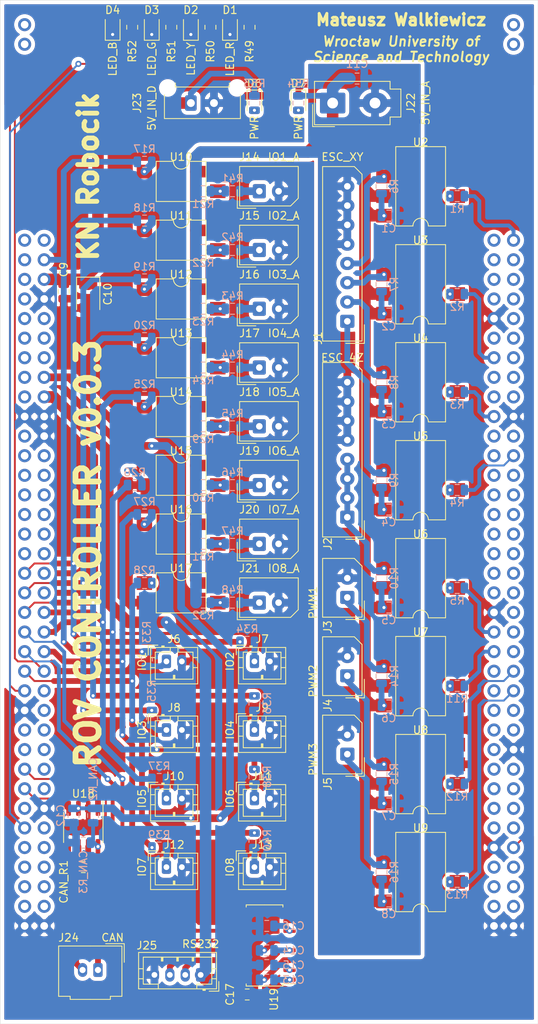
<source format=kicad_pcb>
(kicad_pcb (version 20171130) (host pcbnew "(5.1.5)-3")
  (layers (0 F.Cu signal hide) (31 B.Cu signal hide) (34 B.Paste user hide) (35 F.Paste user hide) (36 B.SilkS user hide) (37 F.SilkS user) (38 B.Mask user hide) (39 F.Mask user hide) (44 Edge.Cuts user))
  (net 0 "")
  (net 1 GNDD)
  (net 2 GNDA)
  (net 3 "Net-(J6-Pad1)")
  (net 4 "Net-(J7-Pad1)")
  (net 5 "Net-(J8-Pad1)")
  (net 6 "Net-(J9-Pad1)")
  (net 7 "Net-(J10-Pad1)")
  (net 8 "Net-(J11-Pad1)")
  (net 9 "Net-(J12-Pad1)")
  (net 10 "Net-(J13-Pad1)")
  (net 11 "Net-(J14-Pad1)")
  (net 12 "Net-(J15-Pad1)")
  (net 13 "Net-(J16-Pad1)")
  (net 14 "Net-(J17-Pad1)")
  (net 15 "Net-(J18-Pad1)")
  (net 16 "Net-(J19-Pad1)")
  (net 17 "Net-(J20-Pad1)")
  (net 18 "Net-(J21-Pad1)")
  (net 19 "Net-(R1-Pad1)")
  (net 20 "Net-(R2-Pad1)")
  (net 21 "Net-(R3-Pad1)")
  (net 22 "Net-(R4-Pad1)")
  (net 23 "Net-(R5-Pad1)")
  (net 24 +5VA)
  (net 25 "Net-(R11-Pad1)")
  (net 26 "Net-(R12-Pad1)")
  (net 27 "Net-(R13-Pad1)")
  (net 28 /IO1)
  (net 29 "Net-(R17-Pad1)")
  (net 30 /IO2)
  (net 31 "Net-(R18-Pad1)")
  (net 32 /IO3)
  (net 33 "Net-(R19-Pad1)")
  (net 34 /IO4)
  (net 35 "Net-(R20-Pad1)")
  (net 36 /IO1_A)
  (net 37 /IO2_A)
  (net 38 /IO3_A)
  (net 39 /IO4_A)
  (net 40 /IO5)
  (net 41 "Net-(R25-Pad1)")
  (net 42 /IO6)
  (net 43 "Net-(R26-Pad1)")
  (net 44 /IO7)
  (net 45 "Net-(R27-Pad1)")
  (net 46 /IO8)
  (net 47 "Net-(R28-Pad1)")
  (net 48 /IO5_A)
  (net 49 /IO6_A)
  (net 50 /IO7_A)
  (net 51 /IO8_A)
  (net 52 +5V)
  (net 53 /LED1)
  (net 54 /LED2)
  (net 55 /LED3)
  (net 56 /LED4)
  (net 57 "Net-(D1-Pad2)")
  (net 58 "Net-(D2-Pad2)")
  (net 59 "Net-(D3-Pad2)")
  (net 60 "Net-(D4-Pad2)")
  (net 61 "Net-(D6-Pad2)")
  (net 62 "Net-(D7-Pad2)")
  (net 63 /CAN_L)
  (net 64 /CAN_H)
  (net 65 +3V3)
  (net 66 +5VD)
  (net 67 /CAN1_RX)
  (net 68 /CAN1_TX)
  (net 69 "Net-(C13-Pad2)")
  (net 70 "Net-(C13-Pad1)")
  (net 71 "Net-(C14-Pad2)")
  (net 72 "Net-(C14-Pad1)")
  (net 73 "Net-(C15-Pad2)")
  (net 74 "Net-(C16-Pad2)")
  (net 75 /UART_RS_RX)
  (net 76 /UART_RS_TX)
  (net 77 /RS232_TX)
  (net 78 /RS232_RX)
  (net 79 "Net-(CAN_R2-Pad1)")
  (net 80 /PWM_T4)
  (net 81 /PWM_T3)
  (net 82 /PWM_T2)
  (net 83 /PWM_T1)
  (net 84 /PWM_T5:T8)
  (net 85 /PWM_OPT1)
  (net 86 /PWM_OPT2)
  (net 87 /PWM_OPT3)
  (net 88 /PWM_T1_IN)
  (net 89 /PWM_T2_IN)
  (net 90 /PWM_T3_IN)
  (net 91 /PWM_T4_IN)
  (net 92 /PWM_T5:T8_IN)
  (net 93 /PWM_OPT1_IN)
  (net 94 /PWM_OPT2_IN)
  (net 95 /PWM_OPT3_IN)
  (module Module:ST_Morpho_Connector_144_STLink (layer F.Cu) (at 43.18 71.12)
    (fp_text reference U1 (at 31.75 -36.83) (layer F.SilkS))
    (fp_text value NUCLEO144-F767ZI)
    (pad 148 thru_hole circle (at 63.5 -25.4) (size 1.7 1.7) (drill 1) (layers *.Cu *.Mask))
    (pad 147 thru_hole circle (at 63.5 -27.94) (size 1.7 1.7) (drill 1) (layers *.Cu *.Mask))
    (pad 146 thru_hole circle (at 0 -25.4) (size 1.7 1.7) (drill 1) (layers *.Cu *.Mask))
    (pad 145 thru_hole circle (at 0 -27.94) (size 1.7 1.7) (drill 1) (layers *.Cu *.Mask))
    (pad 144 thru_hole circle (at 63.5 88.9) (size 1.7 1.7) (drill 1) (layers *.Cu *.Mask) (net 1 GNDD))
    (pad 143 thru_hole circle (at 60.96 88.9) (size 1.7 1.7) (drill 1) (layers *.Cu *.Mask) (net 1 GNDD))
    (pad 142 thru_hole circle (at 63.5 86.36) (size 1.7 1.7) (drill 1) (layers *.Cu *.Mask))
    (pad 141 thru_hole circle (at 60.96 86.36) (size 1.7 1.7) (drill 1) (layers *.Cu *.Mask))
    (pad 140 thru_hole circle (at 63.5 83.82) (size 1.7 1.7) (drill 1) (layers *.Cu *.Mask))
    (pad 139 thru_hole circle (at 60.96 83.82) (size 1.7 1.7) (drill 1) (layers *.Cu *.Mask))
    (pad 138 thru_hole circle (at 63.5 81.28) (size 1.7 1.7) (drill 1) (layers *.Cu *.Mask))
    (pad 137 thru_hole circle (at 60.96 81.28) (size 1.7 1.7) (drill 1) (layers *.Cu *.Mask))
    (pad 136 thru_hole circle (at 63.5 78.74) (size 1.7 1.7) (drill 1) (layers *.Cu *.Mask) (net 53 /LED1))
    (pad 135 thru_hole circle (at 60.96 78.74) (size 1.7 1.7) (drill 1) (layers *.Cu *.Mask) (net 1 GNDD))
    (pad 134 thru_hole circle (at 63.5 76.2) (size 1.7 1.7) (drill 1) (layers *.Cu *.Mask))
    (pad 133 thru_hole circle (at 60.96 76.2) (size 1.7 1.7) (drill 1) (layers *.Cu *.Mask))
    (pad 132 thru_hole circle (at 63.5 73.66) (size 1.7 1.7) (drill 1) (layers *.Cu *.Mask))
    (pad 131 thru_hole circle (at 60.96 73.66) (size 1.7 1.7) (drill 1) (layers *.Cu *.Mask))
    (pad 130 thru_hole circle (at 63.5 71.12) (size 1.7 1.7) (drill 1) (layers *.Cu *.Mask))
    (pad 129 thru_hole circle (at 60.96 71.12) (size 1.7 1.7) (drill 1) (layers *.Cu *.Mask))
    (pad 128 thru_hole circle (at 63.5 68.58) (size 1.7 1.7) (drill 1) (layers *.Cu *.Mask))
    (pad 127 thru_hole circle (at 60.96 68.58) (size 1.7 1.7) (drill 1) (layers *.Cu *.Mask))
    (pad 126 thru_hole circle (at 63.5 66.04) (size 1.7 1.7) (drill 1) (layers *.Cu *.Mask) (net 1 GNDD))
    (pad 125 thru_hole circle (at 60.96 66.04) (size 1.7 1.7) (drill 1) (layers *.Cu *.Mask))
    (pad 124 thru_hole circle (at 63.5 63.5) (size 1.7 1.7) (drill 1) (layers *.Cu *.Mask))
    (pad 123 thru_hole circle (at 60.96 63.5) (size 1.7 1.7) (drill 1) (layers *.Cu *.Mask))
    (pad 122 thru_hole circle (at 63.5 60.96) (size 1.7 1.7) (drill 1) (layers *.Cu *.Mask))
    (pad 121 thru_hole circle (at 60.96 60.96) (size 1.7 1.7) (drill 1) (layers *.Cu *.Mask))
    (pad 120 thru_hole circle (at 63.5 58.42) (size 1.7 1.7) (drill 1) (layers *.Cu *.Mask) (net 95 /PWM_OPT3_IN))
    (pad 119 thru_hole circle (at 60.96 58.42) (size 1.7 1.7) (drill 1) (layers *.Cu *.Mask))
    (pad 118 thru_hole circle (at 63.5 55.88) (size 1.7 1.7) (drill 1) (layers *.Cu *.Mask) (net 94 /PWM_OPT2_IN))
    (pad 117 thru_hole circle (at 60.96 55.88) (size 1.7 1.7) (drill 1) (layers *.Cu *.Mask))
    (pad 116 thru_hole circle (at 63.5 53.34) (size 1.7 1.7) (drill 1) (layers *.Cu *.Mask))
    (pad 115 thru_hole circle (at 60.96 53.34) (size 1.7 1.7) (drill 1) (layers *.Cu *.Mask) (net 93 /PWM_OPT1_IN))
    (pad 114 thru_hole circle (at 63.5 50.8) (size 1.7 1.7) (drill 1) (layers *.Cu *.Mask))
    (pad 113 thru_hole circle (at 60.96 50.8) (size 1.7 1.7) (drill 1) (layers *.Cu *.Mask) (net 92 /PWM_T5:T8_IN))
    (pad 112 thru_hole circle (at 63.5 48.26) (size 1.7 1.7) (drill 1) (layers *.Cu *.Mask))
    (pad 111 thru_hole circle (at 60.96 48.26) (size 1.7 1.7) (drill 1) (layers *.Cu *.Mask) (net 1 GNDD))
    (pad 110 thru_hole circle (at 63.5 45.72) (size 1.7 1.7) (drill 1) (layers *.Cu *.Mask))
    (pad 109 thru_hole circle (at 60.96 45.72) (size 1.7 1.7) (drill 1) (layers *.Cu *.Mask))
    (pad 108 thru_hole circle (at 63.5 43.18) (size 1.7 1.7) (drill 1) (layers *.Cu *.Mask))
    (pad 107 thru_hole circle (at 60.96 43.18) (size 1.7 1.7) (drill 1) (layers *.Cu *.Mask))
    (pad 106 thru_hole circle (at 63.5 40.64) (size 1.7 1.7) (drill 1) (layers *.Cu *.Mask))
    (pad 105 thru_hole circle (at 60.96 40.64) (size 1.7 1.7) (drill 1) (layers *.Cu *.Mask))
    (pad 104 thru_hole circle (at 63.5 38.1) (size 1.7 1.7) (drill 1) (layers *.Cu *.Mask))
    (pad 103 thru_hole circle (at 60.96 38.1) (size 1.7 1.7) (drill 1) (layers *.Cu *.Mask))
    (pad 102 thru_hole circle (at 63.5 35.56) (size 1.7 1.7) (drill 1) (layers *.Cu *.Mask))
    (pad 101 thru_hole circle (at 60.96 35.56) (size 1.7 1.7) (drill 1) (layers *.Cu *.Mask))
    (pad 100 thru_hole circle (at 63.5 33.02) (size 1.7 1.7) (drill 1) (layers *.Cu *.Mask))
    (pad 99 thru_hole circle (at 60.96 33.02) (size 1.7 1.7) (drill 1) (layers *.Cu *.Mask))
    (pad 98 thru_hole circle (at 63.5 30.48) (size 1.7 1.7) (drill 1) (layers *.Cu *.Mask))
    (pad 97 thru_hole circle (at 60.96 30.48) (size 1.7 1.7) (drill 1) (layers *.Cu *.Mask))
    (pad 96 thru_hole circle (at 63.5 27.94) (size 1.7 1.7) (drill 1) (layers *.Cu *.Mask) (net 91 /PWM_T4_IN))
    (pad 95 thru_hole circle (at 60.96 27.94) (size 1.7 1.7) (drill 1) (layers *.Cu *.Mask))
    (pad 94 thru_hole circle (at 63.5 25.4) (size 1.7 1.7) (drill 1) (layers *.Cu *.Mask))
    (pad 93 thru_hole circle (at 60.96 25.4) (size 1.7 1.7) (drill 1) (layers *.Cu *.Mask))
    (pad 92 thru_hole circle (at 63.5 22.86) (size 1.7 1.7) (drill 1) (layers *.Cu *.Mask) (net 1 GNDD))
    (pad 91 thru_hole circle (at 60.96 22.86) (size 1.7 1.7) (drill 1) (layers *.Cu *.Mask) (net 90 /PWM_T3_IN))
    (pad 90 thru_hole circle (at 63.5 20.32) (size 1.7 1.7) (drill 1) (layers *.Cu *.Mask))
    (pad 89 thru_hole circle (at 60.96 20.32) (size 1.7 1.7) (drill 1) (layers *.Cu *.Mask))
    (pad 88 thru_hole circle (at 63.5 17.78) (size 1.7 1.7) (drill 1) (layers *.Cu *.Mask))
    (pad 87 thru_hole circle (at 60.96 17.78) (size 1.7 1.7) (drill 1) (layers *.Cu *.Mask))
    (pad 86 thru_hole circle (at 63.5 15.24) (size 1.7 1.7) (drill 1) (layers *.Cu *.Mask))
    (pad 85 thru_hole circle (at 60.96 15.24) (size 1.7 1.7) (drill 1) (layers *.Cu *.Mask) (net 89 /PWM_T2_IN))
    (pad 84 thru_hole circle (at 63.5 12.7) (size 1.7 1.7) (drill 1) (layers *.Cu *.Mask))
    (pad 83 thru_hole circle (at 60.96 12.7) (size 1.7 1.7) (drill 1) (layers *.Cu *.Mask))
    (pad 82 thru_hole circle (at 63.5 10.16) (size 1.7 1.7) (drill 1) (layers *.Cu *.Mask))
    (pad 81 thru_hole circle (at 60.96 10.16) (size 1.7 1.7) (drill 1) (layers *.Cu *.Mask) (net 1 GNDD))
    (pad 80 thru_hole circle (at 63.5 7.62) (size 1.7 1.7) (drill 1) (layers *.Cu *.Mask))
    (pad 79 thru_hole circle (at 60.96 7.62) (size 1.7 1.7) (drill 1) (layers *.Cu *.Mask))
    (pad 78 thru_hole circle (at 63.5 5.08) (size 1.7 1.7) (drill 1) (layers *.Cu *.Mask))
    (pad 77 thru_hole circle (at 60.96 5.08) (size 1.7 1.7) (drill 1) (layers *.Cu *.Mask))
    (pad 76 thru_hole circle (at 63.5 2.54) (size 1.7 1.7) (drill 1) (layers *.Cu *.Mask))
    (pad 75 thru_hole circle (at 60.96 2.54) (size 1.7 1.7) (drill 1) (layers *.Cu *.Mask))
    (pad 74 thru_hole circle (at 63.5 0) (size 1.7 1.7) (drill 1) (layers *.Cu *.Mask) (net 88 /PWM_T1_IN))
    (pad 73 thru_hole circle (at 60.96 0) (size 1.7 1.7) (drill 1) (layers *.Cu *.Mask))
    (pad 72 thru_hole circle (at 2.54 88.9) (size 1.7 1.7) (drill 1) (layers *.Cu *.Mask) (net 1 GNDD))
    (pad 71 thru_hole circle (at 0 88.9) (size 1.7 1.7) (drill 1) (layers *.Cu *.Mask) (net 1 GNDD))
    (pad 70 thru_hole circle (at 2.54 86.36) (size 1.7 1.7) (drill 1) (layers *.Cu *.Mask))
    (pad 69 thru_hole circle (at 0 86.36) (size 1.7 1.7) (drill 1) (layers *.Cu *.Mask))
    (pad 68 thru_hole circle (at 2.54 83.82) (size 1.7 1.7) (drill 1) (layers *.Cu *.Mask))
    (pad 67 thru_hole circle (at 0 83.82) (size 1.7 1.7) (drill 1) (layers *.Cu *.Mask))
    (pad 66 thru_hole circle (at 2.54 81.28) (size 1.7 1.7) (drill 1) (layers *.Cu *.Mask))
    (pad 65 thru_hole circle (at 0 81.28) (size 1.7 1.7) (drill 1) (layers *.Cu *.Mask))
    (pad 64 thru_hole circle (at 2.54 78.74) (size 1.7 1.7) (drill 1) (layers *.Cu *.Mask))
    (pad 63 thru_hole circle (at 0 78.74) (size 1.7 1.7) (drill 1) (layers *.Cu *.Mask))
    (pad 62 thru_hole circle (at 2.54 76.2) (size 1.7 1.7) (drill 1) (layers *.Cu *.Mask))
    (pad 61 thru_hole circle (at 0 76.2) (size 1.7 1.7) (drill 1) (layers *.Cu *.Mask) (net 54 /LED2))
    (pad 60 thru_hole circle (at 2.54 73.66) (size 1.7 1.7) (drill 1) (layers *.Cu *.Mask) (net 1 GNDD))
    (pad 59 thru_hole circle (at 0 73.66) (size 1.7 1.7) (drill 1) (layers *.Cu *.Mask))
    (pad 58 thru_hole circle (at 2.54 71.12) (size 1.7 1.7) (drill 1) (layers *.Cu *.Mask))
    (pad 57 thru_hole circle (at 0 71.12) (size 1.7 1.7) (drill 1) (layers *.Cu *.Mask) (net 67 /CAN1_RX))
    (pad 56 thru_hole circle (at 2.54 68.58) (size 1.7 1.7) (drill 1) (layers *.Cu *.Mask))
    (pad 55 thru_hole circle (at 0 68.58) (size 1.7 1.7) (drill 1) (layers *.Cu *.Mask) (net 68 /CAN1_TX))
    (pad 54 thru_hole circle (at 2.54 66.04) (size 1.7 1.7) (drill 1) (layers *.Cu *.Mask))
    (pad 53 thru_hole circle (at 0 66.04) (size 1.7 1.7) (drill 1) (layers *.Cu *.Mask))
    (pad 52 thru_hole circle (at 2.54 63.5) (size 1.7 1.7) (drill 1) (layers *.Cu *.Mask))
    (pad 51 thru_hole circle (at 0 63.5) (size 1.7 1.7) (drill 1) (layers *.Cu *.Mask))
    (pad 50 thru_hole circle (at 2.54 60.96) (size 1.7 1.7) (drill 1) (layers *.Cu *.Mask))
    (pad 49 thru_hole circle (at 0 60.96) (size 1.7 1.7) (drill 1) (layers *.Cu *.Mask) (net 1 GNDD))
    (pad 48 thru_hole circle (at 2.54 58.42) (size 1.7 1.7) (drill 1) (layers *.Cu *.Mask))
    (pad 47 thru_hole circle (at 0 58.42) (size 1.7 1.7) (drill 1) (layers *.Cu *.Mask) (net 56 /LED4))
    (pad 46 thru_hole circle (at 2.54 55.88) (size 1.7 1.7) (drill 1) (layers *.Cu *.Mask) (net 55 /LED3))
    (pad 45 thru_hole circle (at 0 55.88) (size 1.7 1.7) (drill 1) (layers *.Cu *.Mask) (net 46 /IO8))
    (pad 44 thru_hole circle (at 2.54 53.34) (size 1.7 1.7) (drill 1) (layers *.Cu *.Mask) (net 44 /IO7))
    (pad 43 thru_hole circle (at 0 53.34) (size 1.7 1.7) (drill 1) (layers *.Cu *.Mask) (net 75 /UART_RS_RX))
    (pad 42 thru_hole circle (at 2.54 50.8) (size 1.7 1.7) (drill 1) (layers *.Cu *.Mask) (net 42 /IO6))
    (pad 41 thru_hole circle (at 0 50.8) (size 1.7 1.7) (drill 1) (layers *.Cu *.Mask) (net 76 /UART_RS_TX))
    (pad 40 thru_hole circle (at 2.54 48.26) (size 1.7 1.7) (drill 1) (layers *.Cu *.Mask) (net 40 /IO5))
    (pad 39 thru_hole circle (at 0 48.26) (size 1.7 1.7) (drill 1) (layers *.Cu *.Mask) (net 34 /IO4))
    (pad 38 thru_hole circle (at 2.54 45.72) (size 1.7 1.7) (drill 1) (layers *.Cu *.Mask))
    (pad 37 thru_hole circle (at 0 45.72) (size 1.7 1.7) (drill 1) (layers *.Cu *.Mask) (net 32 /IO3))
    (pad 36 thru_hole circle (at 2.54 43.18) (size 1.7 1.7) (drill 1) (layers *.Cu *.Mask))
    (pad 35 thru_hole circle (at 0 43.18) (size 1.7 1.7) (drill 1) (layers *.Cu *.Mask) (net 30 /IO2))
    (pad 34 thru_hole circle (at 2.54 40.64) (size 1.7 1.7) (drill 1) (layers *.Cu *.Mask))
    (pad 33 thru_hole circle (at 0 40.64) (size 1.7 1.7) (drill 1) (layers *.Cu *.Mask))
    (pad 32 thru_hole circle (at 2.54 38.1) (size 1.7 1.7) (drill 1) (layers *.Cu *.Mask))
    (pad 31 thru_hole circle (at 0 38.1) (size 1.7 1.7) (drill 1) (layers *.Cu *.Mask))
    (pad 30 thru_hole circle (at 2.54 35.56) (size 1.7 1.7) (drill 1) (layers *.Cu *.Mask))
    (pad 29 thru_hole circle (at 0 35.56) (size 1.7 1.7) (drill 1) (layers *.Cu *.Mask))
    (pad 28 thru_hole circle (at 2.54 33.02) (size 1.7 1.7) (drill 1) (layers *.Cu *.Mask))
    (pad 27 thru_hole circle (at 0 33.02) (size 1.7 1.7) (drill 1) (layers *.Cu *.Mask))
    (pad 26 thru_hole circle (at 2.54 30.48) (size 1.7 1.7) (drill 1) (layers *.Cu *.Mask))
    (pad 25 thru_hole circle (at 0 30.48) (size 1.7 1.7) (drill 1) (layers *.Cu *.Mask))
    (pad 24 thru_hole circle (at 2.54 27.94) (size 1.7 1.7) (drill 1) (layers *.Cu *.Mask))
    (pad 23 thru_hole circle (at 0 27.94) (size 1.7 1.7) (drill 1) (layers *.Cu *.Mask))
    (pad 22 thru_hole circle (at 2.54 25.4) (size 1.7 1.7) (drill 1) (layers *.Cu *.Mask) (net 1 GNDD))
    (pad 21 thru_hole circle (at 0 25.4) (size 1.7 1.7) (drill 1) (layers *.Cu *.Mask))
    (pad 20 thru_hole circle (at 2.54 22.86) (size 1.7 1.7) (drill 1) (layers *.Cu *.Mask) (net 1 GNDD))
    (pad 19 thru_hole circle (at 0 22.86) (size 1.7 1.7) (drill 1) (layers *.Cu *.Mask) (net 1 GNDD))
    (pad 18 thru_hole circle (at 2.54 20.32) (size 1.7 1.7) (drill 1) (layers *.Cu *.Mask) (net 66 +5VD))
    (pad 17 thru_hole circle (at 0 20.32) (size 1.7 1.7) (drill 1) (layers *.Cu *.Mask))
    (pad 16 thru_hole circle (at 2.54 17.78) (size 1.7 1.7) (drill 1) (layers *.Cu *.Mask) (net 65 +3V3))
    (pad 15 thru_hole circle (at 0 17.78) (size 1.7 1.7) (drill 1) (layers *.Cu *.Mask))
    (pad 14 thru_hole circle (at 2.54 15.24) (size 1.7 1.7) (drill 1) (layers *.Cu *.Mask))
    (pad 13 thru_hole circle (at 0 15.24) (size 1.7 1.7) (drill 1) (layers *.Cu *.Mask))
    (pad 12 thru_hole circle (at 2.54 12.7) (size 1.7 1.7) (drill 1) (layers *.Cu *.Mask))
    (pad 11 thru_hole circle (at 0 12.7) (size 1.7 1.7) (drill 1) (layers *.Cu *.Mask))
    (pad 10 thru_hole circle (at 2.54 10.16) (size 1.7 1.7) (drill 1) (layers *.Cu *.Mask))
    (pad 9 thru_hole circle (at 0 10.16) (size 1.7 1.7) (drill 1) (layers *.Cu *.Mask))
    (pad 8 thru_hole circle (at 2.54 7.62) (size 1.7 1.7) (drill 1) (layers *.Cu *.Mask) (net 1 GNDD))
    (pad 7 thru_hole circle (at 0 7.62) (size 1.7 1.7) (drill 1) (layers *.Cu *.Mask))
    (pad 6 thru_hole circle (at 2.54 5.08) (size 1.7 1.7) (drill 1) (layers *.Cu *.Mask) (net 52 +5V))
    (pad 5 thru_hole circle (at 0 5.08) (size 1.7 1.7) (drill 1) (layers *.Cu *.Mask))
    (pad 4 thru_hole circle (at 2.54 2.54) (size 1.7 1.7) (drill 1) (layers *.Cu *.Mask) (net 28 /IO1))
    (pad 3 thru_hole circle (at 0 2.54) (size 1.7 1.7) (drill 1) (layers *.Cu *.Mask))
    (pad 2 thru_hole circle (at 2.54 0) (size 1.7 1.7) (drill 1) (layers *.Cu *.Mask))
    (pad 1 thru_hole circle (at 0 0) (size 1.7 1.7) (drill 1) (layers *.Cu *.Mask))
  )
  (module Connector_Molex:Molex_SPOX_5267-08A_1x08_P2.50mm_Vertical (layer F.Cu) (at 85.09 81.635 90)
    (fp_text reference J1 (at -2.185 -3.81 270) (layer F.SilkS))
    (fp_text value ESC_XY (at 21.31 -0.635 180) (layer F.SilkS))
    (pad 1 thru_hole roundrect (at 0 0 90) (size 1.7 1.85) (drill 0.85) (layers *.Cu *.Mask) (roundrect_rratio 0.147059) (net 80 /PWM_T4))
    (pad 2 thru_hole oval (at 2.5 0 90) (size 1.7 1.85) (drill 0.85) (layers *.Cu *.Mask) (net 81 /PWM_T3))
    (pad 3 thru_hole oval (at 5 0 90) (size 1.7 1.85) (drill 0.85) (layers *.Cu *.Mask) (net 82 /PWM_T2))
    (pad 4 thru_hole oval (at 7.5 0 90) (size 1.7 1.85) (drill 0.85) (layers *.Cu *.Mask) (net 83 /PWM_T1))
    (pad 5 thru_hole oval (at 10 0 90) (size 1.7 1.85) (drill 0.85) (layers *.Cu *.Mask) (net 2 GNDA))
    (pad 6 thru_hole oval (at 12.5 0 90) (size 1.7 1.85) (drill 0.85) (layers *.Cu *.Mask) (net 2 GNDA))
    (pad 7 thru_hole oval (at 15 0 90) (size 1.7 1.85) (drill 0.85) (layers *.Cu *.Mask) (net 2 GNDA))
    (pad 8 thru_hole oval (at 17.5 0 90) (size 1.7 1.85) (drill 0.85) (layers *.Cu *.Mask) (net 2 GNDA))
  )
  (module Connector_JST:JST_PH_B4B-PH-K_1x04_P2.00mm_Vertical (layer F.Cu) (at 66.04 166.37 180)
    (fp_text reference J25 (at 6.985 3.81) (layer F.SilkS))
    (fp_text value RS232 (at 0 4) (layer F.SilkS))
    (pad 4 thru_hole oval (at 6 0 180) (size 1.2 1.75) (drill 0.75) (layers *.Cu *.Mask) (net 1 GNDD))
    (pad 3 thru_hole oval (at 4 0 180) (size 1.2 1.75) (drill 0.75) (layers *.Cu *.Mask) (net 78 /RS232_RX))
    (pad 2 thru_hole oval (at 2 0 180) (size 1.2 1.75) (drill 0.75) (layers *.Cu *.Mask) (net 77 /RS232_TX))
    (pad 1 thru_hole roundrect (at 0 0 180) (size 1.2 1.75) (drill 0.75) (layers *.Cu *.Mask) (roundrect_rratio 0.208333) (net 66 +5VD))
  )
  (module Capacitor_SMD:C_0805_2012Metric (layer F.Cu) (at 72.0875 168.91)
    (fp_text reference C17 (at -2.2375 0 90) (layer F.SilkS))
    (fp_text value 10u)
    (pad 2 smd roundrect (at 0.9375 0) (size 0.975 1.4) (layers F.Cu F.Paste F.Mask) (net 1 GNDD))
    (pad 1 smd roundrect (at -0.9375 0) (size 0.975 1.4) (layers F.Cu F.Paste F.Mask) (net 66 +5VD))
  )
  (module Package_SO:SOIC-16_4.55x10.3mm_P1.27mm (layer F.Cu) (at 74.34 162.555 180)
    (fp_text reference U19 (at -1.225 -6.99 90) (layer F.SilkS))
    (fp_text value MAX3232)
    (pad 16 smd roundrect (at 3.25 -4.445 180) (size 1.6 0.55) (layers F.Cu F.Paste F.Mask) (net 66 +5VD))
    (pad 15 smd roundrect (at 3.25 -3.175 180) (size 1.6 0.55) (layers F.Cu F.Paste F.Mask) (net 1 GNDD))
    (pad 14 smd roundrect (at 3.25 -1.905 180) (size 1.6 0.55) (layers F.Cu F.Paste F.Mask) (net 77 /RS232_TX))
    (pad 13 smd roundrect (at 3.25 -0.635 180) (size 1.6 0.55) (layers F.Cu F.Paste F.Mask) (net 78 /RS232_RX))
    (pad 12 smd roundrect (at 3.25 0.635 180) (size 1.6 0.55) (layers F.Cu F.Paste F.Mask) (net 75 /UART_RS_RX))
    (pad 11 smd roundrect (at 3.25 1.905 180) (size 1.6 0.55) (layers F.Cu F.Paste F.Mask) (net 76 /UART_RS_TX))
    (pad 10 smd roundrect (at 3.25 3.175 180) (size 1.6 0.55) (layers F.Cu F.Paste F.Mask))
    (pad 9 smd roundrect (at 3.25 4.445 180) (size 1.6 0.55) (layers F.Cu F.Paste F.Mask))
    (pad 8 smd roundrect (at -3.25 4.445 180) (size 1.6 0.55) (layers F.Cu F.Paste F.Mask))
    (pad 7 smd roundrect (at -3.25 3.175 180) (size 1.6 0.55) (layers F.Cu F.Paste F.Mask))
    (pad 6 smd roundrect (at -3.25 1.905 180) (size 1.6 0.55) (layers F.Cu F.Paste F.Mask) (net 74 "Net-(C16-Pad2)"))
    (pad 5 smd roundrect (at -3.25 0.635 180) (size 1.6 0.55) (layers F.Cu F.Paste F.Mask) (net 71 "Net-(C14-Pad2)"))
    (pad 4 smd roundrect (at -3.25 -0.635 180) (size 1.6 0.55) (layers F.Cu F.Paste F.Mask) (net 72 "Net-(C14-Pad1)"))
    (pad 3 smd roundrect (at -3.25 -1.905 180) (size 1.6 0.55) (layers F.Cu F.Paste F.Mask) (net 69 "Net-(C13-Pad2)"))
    (pad 2 smd roundrect (at -3.25 -3.175 180) (size 1.6 0.55) (layers F.Cu F.Paste F.Mask) (net 73 "Net-(C15-Pad2)"))
    (pad 1 smd roundrect (at -3.25 -4.445 180) (size 1.6 0.55) (layers F.Cu F.Paste F.Mask) (net 70 "Net-(C13-Pad1)"))
  )
  (module Capacitor_SMD:C_0805_2012Metric (layer B.Cu) (at 74.6275 160.02)
    (fp_text reference C16 (at 3.4775 0) (layer B.SilkS) (effects (justify mirror)))
    (fp_text value 330n)
    (pad 2 smd roundrect (at 0.9375 0) (size 0.975 1.4) (layers B.Cu B.Paste B.Mask) (net 74 "Net-(C16-Pad2)"))
    (pad 1 smd roundrect (at -0.9375 0) (size 0.975 1.4) (layers B.Cu B.Paste B.Mask) (net 1 GNDD))
  )
  (module Capacitor_SMD:C_0805_2012Metric (layer B.Cu) (at 74.6275 165.1)
    (fp_text reference C15 (at 3.4775 0) (layer B.SilkS) (effects (justify mirror)))
    (fp_text value 330n)
    (pad 2 smd roundrect (at 0.9375 0) (size 0.975 1.4) (layers B.Cu B.Paste B.Mask) (net 73 "Net-(C15-Pad2)"))
    (pad 1 smd roundrect (at -0.9375 0) (size 0.975 1.4) (layers B.Cu B.Paste B.Mask) (net 1 GNDD))
  )
  (module Capacitor_SMD:C_0805_2012Metric (layer B.Cu) (at 74.6275 163.195 180)
    (fp_text reference C14 (at -3.4775 0 180) (layer B.SilkS) (effects (justify mirror)))
    (fp_text value 330n)
    (pad 2 smd roundrect (at 0.9375 0 180) (size 0.975 1.4) (layers B.Cu B.Paste B.Mask) (net 71 "Net-(C14-Pad2)"))
    (pad 1 smd roundrect (at -0.9375 0 180) (size 0.975 1.4) (layers B.Cu B.Paste B.Mask) (net 72 "Net-(C14-Pad1)"))
  )
  (module Capacitor_SMD:C_0805_2012Metric (layer B.Cu) (at 74.6275 167.005 180)
    (fp_text reference C13 (at -3.4775 0 180) (layer B.SilkS) (effects (justify mirror)))
    (fp_text value 47n)
    (pad 2 smd roundrect (at 0.9375 0 180) (size 0.975 1.4) (layers B.Cu B.Paste B.Mask) (net 69 "Net-(C13-Pad2)"))
    (pad 1 smd roundrect (at -0.9375 0 180) (size 0.975 1.4) (layers B.Cu B.Paste B.Mask) (net 70 "Net-(C13-Pad1)"))
  )
  (module Resistor_SMD:R_0805_2012Metric (layer F.Cu) (at 50.8 152.4 180)
    (fp_text reference CAN_R1 (at 2.54 -1.905 90) (layer F.SilkS))
    (fp_text value 120)
    (pad 2 smd roundrect (at 0.9375 0 180) (size 0.975 1.4) (layers F.Cu F.Paste F.Mask) (net 63 /CAN_L))
    (pad 1 smd roundrect (at -0.9375 0 180) (size 0.975 1.4) (layers F.Cu F.Paste F.Mask) (net 64 /CAN_H))
  )
  (module Capacitor_SMD:C_0805_2012Metric (layer B.Cu) (at 49.53 145.7175 270)
    (fp_text reference C12 (at 0 1.65 270) (layer B.SilkS) (effects (justify mirror)))
    (fp_text value 10u)
    (pad 2 smd roundrect (at 0.9375 0 270) (size 0.975 1.4) (layers B.Cu B.Paste B.Mask) (net 1 GNDD))
    (pad 1 smd roundrect (at -0.9375 0 270) (size 0.975 1.4) (layers B.Cu B.Paste B.Mask) (net 65 +3V3))
  )
  (module Package_SO:SOIC-8_3.9x4.9mm_P1.27mm (layer F.Cu) (at 50.8 147.255 270)
    (fp_text reference U18 (at -4.38 0 180) (layer F.SilkS))
    (fp_text value SN65HVD230)
    (pad 8 smd roundrect (at 2.475 -1.905 270) (size 1.95 0.6) (layers F.Cu F.Paste F.Mask) (net 79 "Net-(CAN_R2-Pad1)"))
    (pad 7 smd roundrect (at 2.475 -0.635 270) (size 1.95 0.6) (layers F.Cu F.Paste F.Mask) (net 64 /CAN_H))
    (pad 6 smd roundrect (at 2.475 0.635 270) (size 1.95 0.6) (layers F.Cu F.Paste F.Mask) (net 63 /CAN_L))
    (pad 5 smd roundrect (at 2.475 1.905 270) (size 1.95 0.6) (layers F.Cu F.Paste F.Mask))
    (pad 4 smd roundrect (at -2.475 1.905 270) (size 1.95 0.6) (layers F.Cu F.Paste F.Mask) (net 67 /CAN1_RX))
    (pad 3 smd roundrect (at -2.475 0.635 270) (size 1.95 0.6) (layers F.Cu F.Paste F.Mask) (net 65 +3V3))
    (pad 2 smd roundrect (at -2.475 -0.635 270) (size 1.95 0.6) (layers F.Cu F.Paste F.Mask) (net 1 GNDD))
    (pad 1 smd roundrect (at -2.475 -1.905 270) (size 1.95 0.6) (layers F.Cu F.Paste F.Mask) (net 68 /CAN1_TX))
  )
  (module Resistor_SMD:R_0805_2012Metric (layer B.Cu) (at 50.8 149.225)
    (fp_text reference CAN_R3 (at 0 3.81 90) (layer B.SilkS) (effects (justify mirror)))
    (fp_text value 10k)
    (pad 2 smd roundrect (at 0.9375 0) (size 0.975 1.4) (layers B.Cu B.Paste B.Mask) (net 79 "Net-(CAN_R2-Pad1)"))
    (pad 1 smd roundrect (at -0.9375 0) (size 0.975 1.4) (layers B.Cu B.Paste B.Mask) (net 1 GNDD))
  )
  (module Resistor_SMD:R_0805_2012Metric (layer B.Cu) (at 52.07 145.7175 90)
    (fp_text reference CAN_R2 (at 4.7475 0 270) (layer B.SilkS) (effects (justify mirror)))
    (fp_text value 2k2)
    (pad 2 smd roundrect (at 0.9375 0 90) (size 0.975 1.4) (layers B.Cu B.Paste B.Mask) (net 65 +3V3))
    (pad 1 smd roundrect (at -0.9375 0 90) (size 0.975 1.4) (layers B.Cu B.Paste B.Mask) (net 79 "Net-(CAN_R2-Pad1)"))
  )
  (module Resistor_SMD:R_0805_2012Metric (layer B.Cu) (at 78.74 53.34 270)
    (fp_text reference R54 (at -2.54 0) (layer B.SilkS) (effects (justify mirror)))
    (fp_text value R)
    (pad 2 smd roundrect (at 0.9375 0 270) (size 0.975 1.4) (layers B.Cu B.Paste B.Mask) (net 62 "Net-(D7-Pad2)"))
    (pad 1 smd roundrect (at -0.9375 0 270) (size 0.975 1.4) (layers B.Cu B.Paste B.Mask) (net 24 +5VA))
  )
  (module Resistor_SMD:R_0805_2012Metric (layer B.Cu) (at 73.025 53.34 270)
    (fp_text reference R53 (at -2.54 0 180) (layer B.SilkS) (effects (justify mirror)))
    (fp_text value R)
    (pad 2 smd roundrect (at 0.9375 0 270) (size 0.975 1.4) (layers B.Cu B.Paste B.Mask) (net 61 "Net-(D6-Pad2)"))
    (pad 1 smd roundrect (at -0.9375 0 270) (size 0.975 1.4) (layers B.Cu B.Paste B.Mask) (net 52 +5V))
  )
  (module Connector_Molex:Molex_MicroClasp_55932-0230_1x02_P2.00mm_Vertical (layer F.Cu) (at 52.705 165.735 180)
    (fp_text reference J24 (at 3.81 4.191) (layer F.SilkS))
    (fp_text value CAN (at -1.905 4.2) (layer F.SilkS))
    (pad 2 thru_hole oval (at 2 0 180) (size 1.2 1.8) (drill 0.8) (layers *.Cu *.Mask) (net 63 /CAN_L))
    (pad 1 thru_hole roundrect (at 0 0 180) (size 1.2 1.8) (drill 0.8) (layers *.Cu *.Mask) (roundrect_rratio 0.208333) (net 64 /CAN_H))
  )
  (module LED_SMD:LED_0805_2012Metric (layer F.Cu) (at 78.74 53.34 270)
    (fp_text reference D7 (at -2.54 0 180) (layer F.SilkS))
    (fp_text value PWR (at 3.175 0 90) (layer F.SilkS))
    (pad 2 smd roundrect (at 0.9375 0 270) (size 0.975 1.4) (layers F.Cu F.Paste F.Mask) (net 62 "Net-(D7-Pad2)"))
    (pad 1 smd roundrect (at -0.9375 0 270) (size 0.975 1.4) (layers F.Cu F.Paste F.Mask) (net 2 GNDA))
  )
  (module LED_SMD:LED_0805_2012Metric (layer F.Cu) (at 73.025 53.34 270)
    (fp_text reference D6 (at -2.54 0 180) (layer F.SilkS))
    (fp_text value PWR (at 3.175 0 90) (layer F.SilkS))
    (pad 2 smd roundrect (at 0.9375 0 270) (size 0.975 1.4) (layers F.Cu F.Paste F.Mask) (net 61 "Net-(D6-Pad2)"))
    (pad 1 smd roundrect (at -0.9375 0 270) (size 0.975 1.4) (layers F.Cu F.Paste F.Mask) (net 1 GNDD))
  )
  (module Capacitor_SMD:C_0805_2012Metric (layer B.Cu) (at 86.36 50.165)
    (fp_text reference C11 (at 0 -1.905) (layer B.SilkS) (effects (justify mirror)))
    (fp_text value 10u)
    (pad 2 smd roundrect (at 0.9375 0) (size 0.975 1.4) (layers B.Cu B.Paste B.Mask) (net 2 GNDA))
    (pad 1 smd roundrect (at -0.9375 0) (size 0.975 1.4) (layers B.Cu B.Paste B.Mask) (net 24 +5VA))
  )
  (module Capacitor_Tantalum_SMD:CP_EIA-3528-21_Kemet-B (layer F.Cu) (at 51.435 78.3725 270)
    (fp_text reference C10 (at -0.2675 -2.54 270) (layer F.SilkS))
    (fp_text value 33u)
    (pad 2 smd roundrect (at 1.5375 0 270) (size 1.325 2.35) (layers F.Cu F.Paste F.Mask) (roundrect_rratio 0.188679) (net 1 GNDD))
    (pad 1 smd roundrect (at -1.5375 0 270) (size 1.325 2.35) (layers F.Cu F.Paste F.Mask) (roundrect_rratio 0.188679) (net 52 +5V))
  )
  (module Capacitor_SMD:C_0805_2012Metric (layer F.Cu) (at 48.26 77.7725 270)
    (fp_text reference C9 (at -2.8425 0 90) (layer F.SilkS))
    (fp_text value 10u)
    (pad 2 smd roundrect (at 0.9375 0 270) (size 0.975 1.4) (layers F.Cu F.Paste F.Mask) (net 1 GNDD))
    (pad 1 smd roundrect (at -0.9375 0 270) (size 0.975 1.4) (layers F.Cu F.Paste F.Mask) (net 52 +5V))
  )
  (module Resistor_SMD:R_0805_2012Metric (layer F.Cu) (at 57.15 43.5125 90)
    (fp_text reference R52 (at -1.5725 0 90) (layer F.SilkS) (effects (justify right)))
    (fp_text value R)
    (pad 2 smd roundrect (at 0.9375 0 90) (size 0.975 1.4) (layers F.Cu F.Paste F.Mask) (net 60 "Net-(D4-Pad2)"))
    (pad 1 smd roundrect (at -0.9375 0 90) (size 0.975 1.4) (layers F.Cu F.Paste F.Mask) (net 56 /LED4))
  )
  (module Resistor_SMD:R_0805_2012Metric (layer F.Cu) (at 62.23 43.5125 90)
    (fp_text reference R51 (at -1.5725 0 90) (layer F.SilkS) (effects (justify right)))
    (fp_text value R)
    (pad 2 smd roundrect (at 0.9375 0 90) (size 0.975 1.4) (layers F.Cu F.Paste F.Mask) (net 59 "Net-(D3-Pad2)"))
    (pad 1 smd roundrect (at -0.9375 0 90) (size 0.975 1.4) (layers F.Cu F.Paste F.Mask) (net 55 /LED3))
  )
  (module Resistor_SMD:R_0805_2012Metric (layer F.Cu) (at 67.31 43.5125 90)
    (fp_text reference R50 (at -1.5725 0 90) (layer F.SilkS) (effects (justify right)))
    (fp_text value R)
    (pad 2 smd roundrect (at 0.9375 0 90) (size 0.975 1.4) (layers F.Cu F.Paste F.Mask) (net 58 "Net-(D2-Pad2)"))
    (pad 1 smd roundrect (at -0.9375 0 90) (size 0.975 1.4) (layers F.Cu F.Paste F.Mask) (net 54 /LED2))
  )
  (module Resistor_SMD:R_0805_2012Metric (layer F.Cu) (at 72.39 43.5125 90)
    (fp_text reference R49 (at -1.5725 0 90) (layer F.SilkS) (effects (justify right)))
    (fp_text value R)
    (pad 2 smd roundrect (at 0.9375 0 90) (size 0.975 1.4) (layers F.Cu F.Paste F.Mask) (net 57 "Net-(D1-Pad2)"))
    (pad 1 smd roundrect (at -0.9375 0 90) (size 0.975 1.4) (layers F.Cu F.Paste F.Mask) (net 53 /LED1))
  )
  (module LED_SMD:LED_0805_2012Metric (layer F.Cu) (at 54.61 43.5125 90)
    (fp_text reference D4 (at 2.2375 0 180) (layer F.SilkS))
    (fp_text value LED_B (at -4.1125 0 90) (layer F.SilkS))
    (pad 2 smd roundrect (at 0.9375 0 90) (size 0.975 1.4) (layers F.Cu F.Paste F.Mask) (net 60 "Net-(D4-Pad2)"))
    (pad 1 smd roundrect (at -0.9375 0 90) (size 0.975 1.4) (layers F.Cu F.Paste F.Mask) (net 1 GNDD))
  )
  (module LED_SMD:LED_0805_2012Metric (layer F.Cu) (at 59.69 43.5125 90)
    (fp_text reference D3 (at 2.2375 0 180) (layer F.SilkS))
    (fp_text value LED_G (at -4.1125 0 270) (layer F.SilkS))
    (pad 2 smd roundrect (at 0.9375 0 90) (size 0.975 1.4) (layers F.Cu F.Paste F.Mask) (net 59 "Net-(D3-Pad2)"))
    (pad 1 smd roundrect (at -0.9375 0 90) (size 0.975 1.4) (layers F.Cu F.Paste F.Mask) (net 1 GNDD))
  )
  (module LED_SMD:LED_0805_2012Metric (layer F.Cu) (at 64.77 43.5125 90)
    (fp_text reference D2 (at 2.2375 0 180) (layer F.SilkS))
    (fp_text value LED_Y (at -4.1125 0 90) (layer F.SilkS))
    (pad 2 smd roundrect (at 0.9375 0 90) (size 0.975 1.4) (layers F.Cu F.Paste F.Mask) (net 58 "Net-(D2-Pad2)"))
    (pad 1 smd roundrect (at -0.9375 0 90) (size 0.975 1.4) (layers F.Cu F.Paste F.Mask) (net 1 GNDD))
  )
  (module LED_SMD:LED_0805_2012Metric (layer F.Cu) (at 69.85 43.5125 90)
    (fp_text reference D1 (at 2.2375 0 180) (layer F.SilkS))
    (fp_text value LED_R (at -4.1125 0 270) (layer F.SilkS))
    (pad 2 smd roundrect (at 0.9375 0 90) (size 0.975 1.4) (layers F.Cu F.Paste F.Mask) (net 57 "Net-(D1-Pad2)"))
    (pad 1 smd roundrect (at -0.9375 0 90) (size 0.975 1.4) (layers F.Cu F.Paste F.Mask) (net 1 GNDD))
  )
  (module Connector_Molex:Molex_SPOX_5267-02A_1x02_P2.50mm_Vertical (layer F.Cu) (at 73.66 64.77)
    (fp_text reference J14 (at -1.27 -4.445) (layer F.SilkS))
    (fp_text value IO1_A (at 3.175 -4.445 180) (layer F.SilkS))
    (pad 2 thru_hole oval (at 2.5 0) (size 1.7 1.85) (drill 0.85) (layers *.Cu *.Mask) (net 1 GNDD))
    (pad 1 thru_hole roundrect (at 0 0) (size 1.7 1.85) (drill 0.85) (layers *.Cu *.Mask) (roundrect_rratio 0.147059) (net 11 "Net-(J14-Pad1)"))
  )
  (module Connector_Molex:Molex_SPOX_5267-02A_1x02_P2.50mm_Vertical (layer F.Cu) (at 85.09 137.755 90)
    (fp_text reference J5 (at -3.85 -2.54 90) (layer F.SilkS))
    (fp_text value PWM3 (at -0.675 -4.445 270) (layer F.SilkS))
    (pad 2 thru_hole oval (at 2.5 0 90) (size 1.7 1.85) (drill 0.85) (layers *.Cu *.Mask) (net 2 GNDA))
    (pad 1 thru_hole roundrect (at 0 0 90) (size 1.7 1.85) (drill 0.85) (layers *.Cu *.Mask) (roundrect_rratio 0.147059) (net 87 /PWM_OPT3))
  )
  (module Connector_Molex:Molex_SPOX_5267-02A_1x02_P2.50mm_Vertical (layer F.Cu) (at 85.09 127.595 90)
    (fp_text reference J4 (at -3.85 -2.54 90) (layer F.SilkS))
    (fp_text value PWM2 (at -0.675 -4.445 270) (layer F.SilkS))
    (pad 2 thru_hole oval (at 2.5 0 90) (size 1.7 1.85) (drill 0.85) (layers *.Cu *.Mask) (net 2 GNDA))
    (pad 1 thru_hole roundrect (at 0 0 90) (size 1.7 1.85) (drill 0.85) (layers *.Cu *.Mask) (roundrect_rratio 0.147059) (net 86 /PWM_OPT2))
  )
  (module Connector_Molex:Molex_SPOX_5267-02A_1x02_P2.50mm_Vertical (layer F.Cu) (at 85.09 117.435 90)
    (fp_text reference J3 (at -3.85 -2.54 90) (layer F.SilkS))
    (fp_text value PWM1 (at -0.675 -4.445 90) (layer F.SilkS))
    (pad 2 thru_hole oval (at 2.5 0 90) (size 1.7 1.85) (drill 0.85) (layers *.Cu *.Mask) (net 2 GNDA))
    (pad 1 thru_hole roundrect (at 0 0 90) (size 1.7 1.85) (drill 0.85) (layers *.Cu *.Mask) (roundrect_rratio 0.147059) (net 85 /PWM_OPT1))
  )
  (module Connector_Molex:Molex_Micro-Fit_3.0_43650-0215_1x02_P3.00mm_Vertical (layer F.Cu) (at 64.77 53.34)
    (fp_text reference J23 (at -6.985 0 90) (layer F.SilkS))
    (fp_text value 5V_IN_D (at -5.08 0.635 90) (layer F.SilkS))
    (pad 2 thru_hole oval (at 3 0) (size 1.5 2.02) (drill 1.02) (layers *.Cu *.Mask) (net 1 GNDD))
    (pad 1 thru_hole roundrect (at 0 0) (size 1.5 2.02) (drill 1.02) (layers *.Cu *.Mask) (roundrect_rratio 0.166667) (net 52 +5V))
    (pad "" np_thru_hole circle (at 6 -1.96) (size 1.27 1.27) (drill 1.27) (layers *.Cu *.Mask))
    (pad "" np_thru_hole circle (at -3 -1.96) (size 1.27 1.27) (drill 1.27) (layers *.Cu *.Mask))
  )
  (module Connector_Molex:Molex_Mini-Fit_Jr_5566-02A_2x01_P4.20mm_Vertical (layer F.Cu) (at 83.185 53.34 90)
    (fp_text reference J22 (at 0 10.16 270) (layer F.SilkS))
    (fp_text value 5V_IN_A (at 0 12.065 270) (layer F.SilkS))
    (pad 2 thru_hole oval (at 0 5.5 90) (size 2.7 3.3) (drill 1.4) (layers *.Cu *.Mask) (net 2 GNDA))
    (pad 1 thru_hole roundrect (at 0 0 90) (size 2.7 3.3) (drill 1.4) (layers *.Cu *.Mask) (roundrect_rratio 0.09259299999999999) (net 24 +5VA))
  )
  (module Connector_Molex:Molex_SPOX_5267-08A_1x08_P2.50mm_Vertical (layer F.Cu) (at 85.09 107.035 90)
    (fp_text reference J2 (at -3.455 -2.54 90) (layer F.SilkS))
    (fp_text value ESC_4Z (at 20.675 -0.635 180) (layer F.SilkS))
    (pad 8 thru_hole oval (at 17.5 0 90) (size 1.7 1.85) (drill 0.85) (layers *.Cu *.Mask) (net 2 GNDA))
    (pad 7 thru_hole oval (at 15 0 90) (size 1.7 1.85) (drill 0.85) (layers *.Cu *.Mask) (net 2 GNDA))
    (pad 6 thru_hole oval (at 12.5 0 90) (size 1.7 1.85) (drill 0.85) (layers *.Cu *.Mask) (net 2 GNDA))
    (pad 5 thru_hole oval (at 10 0 90) (size 1.7 1.85) (drill 0.85) (layers *.Cu *.Mask) (net 2 GNDA))
    (pad 4 thru_hole oval (at 7.5 0 90) (size 1.7 1.85) (drill 0.85) (layers *.Cu *.Mask) (net 84 /PWM_T5:T8))
    (pad 3 thru_hole oval (at 5 0 90) (size 1.7 1.85) (drill 0.85) (layers *.Cu *.Mask) (net 84 /PWM_T5:T8))
    (pad 2 thru_hole oval (at 2.5 0 90) (size 1.7 1.85) (drill 0.85) (layers *.Cu *.Mask) (net 84 /PWM_T5:T8))
    (pad 1 thru_hole roundrect (at 0 0 90) (size 1.7 1.85) (drill 0.85) (layers *.Cu *.Mask) (roundrect_rratio 0.147059) (net 84 /PWM_T5:T8))
  )
  (module Package_DIP:SMDIP-4_W9.53mm (layer F.Cu) (at 63.5 116.84)
    (fp_text reference U17 (at 0 -3.175 180) (layer F.SilkS))
    (fp_text value LTV-817S)
    (pad 4 smd rect (at 4.765 -1.27) (size 2 1.78) (layers F.Cu F.Paste F.Mask) (net 24 +5VA))
    (pad 2 smd rect (at -4.765 1.27) (size 2 1.78) (layers F.Cu F.Paste F.Mask) (net 1 GNDD))
    (pad 3 smd rect (at 4.765 1.27) (size 2 1.78) (layers F.Cu F.Paste F.Mask) (net 51 /IO8_A))
    (pad 1 smd rect (at -4.765 -1.27) (size 2 1.78) (layers F.Cu F.Paste F.Mask) (net 47 "Net-(R28-Pad1)"))
  )
  (module Package_DIP:SMDIP-4_W9.53mm (layer F.Cu) (at 63.5 109.22)
    (fp_text reference U16 (at 0 -3.175 180) (layer F.SilkS))
    (fp_text value LTV-817S)
    (pad 4 smd rect (at 4.765 -1.27) (size 2 1.78) (layers F.Cu F.Paste F.Mask) (net 24 +5VA))
    (pad 2 smd rect (at -4.765 1.27) (size 2 1.78) (layers F.Cu F.Paste F.Mask) (net 1 GNDD))
    (pad 3 smd rect (at 4.765 1.27) (size 2 1.78) (layers F.Cu F.Paste F.Mask) (net 50 /IO7_A))
    (pad 1 smd rect (at -4.765 -1.27) (size 2 1.78) (layers F.Cu F.Paste F.Mask) (net 45 "Net-(R27-Pad1)"))
  )
  (module Package_DIP:SMDIP-4_W9.53mm (layer F.Cu) (at 63.5 101.6)
    (fp_text reference U15 (at 0 -3.175 180) (layer F.SilkS))
    (fp_text value LTV-817S)
    (pad 4 smd rect (at 4.765 -1.27) (size 2 1.78) (layers F.Cu F.Paste F.Mask) (net 24 +5VA))
    (pad 2 smd rect (at -4.765 1.27) (size 2 1.78) (layers F.Cu F.Paste F.Mask) (net 1 GNDD))
    (pad 3 smd rect (at 4.765 1.27) (size 2 1.78) (layers F.Cu F.Paste F.Mask) (net 49 /IO6_A))
    (pad 1 smd rect (at -4.765 -1.27) (size 2 1.78) (layers F.Cu F.Paste F.Mask) (net 43 "Net-(R26-Pad1)"))
  )
  (module Package_DIP:SMDIP-4_W9.53mm (layer F.Cu) (at 63.5 93.98)
    (fp_text reference U14 (at 0 -3.175 180) (layer F.SilkS))
    (fp_text value LTV-817S)
    (pad 4 smd rect (at 4.765 -1.27) (size 2 1.78) (layers F.Cu F.Paste F.Mask) (net 24 +5VA))
    (pad 2 smd rect (at -4.765 1.27) (size 2 1.78) (layers F.Cu F.Paste F.Mask) (net 1 GNDD))
    (pad 3 smd rect (at 4.765 1.27) (size 2 1.78) (layers F.Cu F.Paste F.Mask) (net 48 /IO5_A))
    (pad 1 smd rect (at -4.765 -1.27) (size 2 1.78) (layers F.Cu F.Paste F.Mask) (net 41 "Net-(R25-Pad1)"))
  )
  (module Package_DIP:SMDIP-4_W9.53mm (layer F.Cu) (at 63.5 86.36)
    (fp_text reference U13 (at 0 -3.175 180) (layer F.SilkS))
    (fp_text value LTV-817S)
    (pad 4 smd rect (at 4.765 -1.27) (size 2 1.78) (layers F.Cu F.Paste F.Mask) (net 24 +5VA))
    (pad 2 smd rect (at -4.765 1.27) (size 2 1.78) (layers F.Cu F.Paste F.Mask) (net 1 GNDD))
    (pad 3 smd rect (at 4.765 1.27) (size 2 1.78) (layers F.Cu F.Paste F.Mask) (net 39 /IO4_A))
    (pad 1 smd rect (at -4.765 -1.27) (size 2 1.78) (layers F.Cu F.Paste F.Mask) (net 35 "Net-(R20-Pad1)"))
  )
  (module Package_DIP:SMDIP-4_W9.53mm (layer F.Cu) (at 63.5 78.74)
    (fp_text reference U12 (at 0 -3.175 180) (layer F.SilkS))
    (fp_text value LTV-817S)
    (pad 4 smd rect (at 4.765 -1.27) (size 2 1.78) (layers F.Cu F.Paste F.Mask) (net 24 +5VA))
    (pad 2 smd rect (at -4.765 1.27) (size 2 1.78) (layers F.Cu F.Paste F.Mask) (net 1 GNDD))
    (pad 3 smd rect (at 4.765 1.27) (size 2 1.78) (layers F.Cu F.Paste F.Mask) (net 38 /IO3_A))
    (pad 1 smd rect (at -4.765 -1.27) (size 2 1.78) (layers F.Cu F.Paste F.Mask) (net 33 "Net-(R19-Pad1)"))
  )
  (module Package_DIP:SMDIP-4_W9.53mm (layer F.Cu) (at 63.5 71.12)
    (fp_text reference U11 (at 0 -3.175 180) (layer F.SilkS))
    (fp_text value LTV-817S)
    (pad 4 smd rect (at 4.765 -1.27) (size 2 1.78) (layers F.Cu F.Paste F.Mask) (net 24 +5VA))
    (pad 2 smd rect (at -4.765 1.27) (size 2 1.78) (layers F.Cu F.Paste F.Mask) (net 1 GNDD))
    (pad 3 smd rect (at 4.765 1.27) (size 2 1.78) (layers F.Cu F.Paste F.Mask) (net 37 /IO2_A))
    (pad 1 smd rect (at -4.765 -1.27) (size 2 1.78) (layers F.Cu F.Paste F.Mask) (net 31 "Net-(R18-Pad1)"))
  )
  (module Package_DIP:SMDIP-4_W9.53mm (layer F.Cu) (at 63.5 63.5)
    (fp_text reference U10 (at 0 -3.175 180) (layer F.SilkS))
    (fp_text value LTV-817S)
    (pad 4 smd rect (at 4.765 -1.27) (size 2 1.78) (layers F.Cu F.Paste F.Mask) (net 24 +5VA))
    (pad 2 smd rect (at -4.765 1.27) (size 2 1.78) (layers F.Cu F.Paste F.Mask) (net 1 GNDD))
    (pad 3 smd rect (at 4.765 1.27) (size 2 1.78) (layers F.Cu F.Paste F.Mask) (net 36 /IO1_A))
    (pad 1 smd rect (at -4.765 -1.27) (size 2 1.78) (layers F.Cu F.Paste F.Mask) (net 29 "Net-(R17-Pad1)"))
  )
  (module Package_DIP:SMDIP-8_W9.53mm (layer F.Cu) (at 94.615 153.035 180)
    (fp_text reference U9 (at 0 5.715) (layer F.SilkS))
    (fp_text value 6N137)
    (pad 8 smd rect (at 4.765 -3.81 180) (size 2 1.78) (layers F.Cu F.Paste F.Mask) (net 24 +5VA))
    (pad 4 smd rect (at -4.765 3.81 180) (size 2 1.78) (layers F.Cu F.Paste F.Mask))
    (pad 7 smd rect (at 4.765 -1.27 180) (size 2 1.78) (layers F.Cu F.Paste F.Mask) (net 24 +5VA))
    (pad 3 smd rect (at -4.765 1.27 180) (size 2 1.78) (layers F.Cu F.Paste F.Mask) (net 1 GNDD))
    (pad 6 smd rect (at 4.765 1.27 180) (size 2 1.78) (layers F.Cu F.Paste F.Mask) (net 87 /PWM_OPT3))
    (pad 2 smd rect (at -4.765 -1.27 180) (size 2 1.78) (layers F.Cu F.Paste F.Mask) (net 27 "Net-(R13-Pad1)"))
    (pad 5 smd rect (at 4.765 3.81 180) (size 2 1.78) (layers F.Cu F.Paste F.Mask) (net 2 GNDA))
    (pad 1 smd rect (at -4.765 -3.81 180) (size 2 1.78) (layers F.Cu F.Paste F.Mask))
  )
  (module Package_DIP:SMDIP-8_W9.53mm (layer F.Cu) (at 94.615 140.335 180)
    (fp_text reference U8 (at 0 5.715) (layer F.SilkS))
    (fp_text value 6N137)
    (pad 8 smd rect (at 4.765 -3.81 180) (size 2 1.78) (layers F.Cu F.Paste F.Mask) (net 24 +5VA))
    (pad 4 smd rect (at -4.765 3.81 180) (size 2 1.78) (layers F.Cu F.Paste F.Mask))
    (pad 7 smd rect (at 4.765 -1.27 180) (size 2 1.78) (layers F.Cu F.Paste F.Mask) (net 24 +5VA))
    (pad 3 smd rect (at -4.765 1.27 180) (size 2 1.78) (layers F.Cu F.Paste F.Mask) (net 1 GNDD))
    (pad 6 smd rect (at 4.765 1.27 180) (size 2 1.78) (layers F.Cu F.Paste F.Mask) (net 86 /PWM_OPT2))
    (pad 2 smd rect (at -4.765 -1.27 180) (size 2 1.78) (layers F.Cu F.Paste F.Mask) (net 26 "Net-(R12-Pad1)"))
    (pad 5 smd rect (at 4.765 3.81 180) (size 2 1.78) (layers F.Cu F.Paste F.Mask) (net 2 GNDA))
    (pad 1 smd rect (at -4.765 -3.81 180) (size 2 1.78) (layers F.Cu F.Paste F.Mask))
  )
  (module Package_DIP:SMDIP-8_W9.53mm (layer F.Cu) (at 94.615 127.635 180)
    (fp_text reference U7 (at 0 5.715) (layer F.SilkS))
    (fp_text value 6N137)
    (pad 8 smd rect (at 4.765 -3.81 180) (size 2 1.78) (layers F.Cu F.Paste F.Mask) (net 24 +5VA))
    (pad 4 smd rect (at -4.765 3.81 180) (size 2 1.78) (layers F.Cu F.Paste F.Mask))
    (pad 7 smd rect (at 4.765 -1.27 180) (size 2 1.78) (layers F.Cu F.Paste F.Mask) (net 24 +5VA))
    (pad 3 smd rect (at -4.765 1.27 180) (size 2 1.78) (layers F.Cu F.Paste F.Mask) (net 1 GNDD))
    (pad 6 smd rect (at 4.765 1.27 180) (size 2 1.78) (layers F.Cu F.Paste F.Mask) (net 85 /PWM_OPT1))
    (pad 2 smd rect (at -4.765 -1.27 180) (size 2 1.78) (layers F.Cu F.Paste F.Mask) (net 25 "Net-(R11-Pad1)"))
    (pad 5 smd rect (at 4.765 3.81 180) (size 2 1.78) (layers F.Cu F.Paste F.Mask) (net 2 GNDA))
    (pad 1 smd rect (at -4.765 -3.81 180) (size 2 1.78) (layers F.Cu F.Paste F.Mask))
  )
  (module Package_DIP:SMDIP-8_W9.53mm (layer F.Cu) (at 94.615 114.935 180)
    (fp_text reference U6 (at 0 5.715) (layer F.SilkS))
    (fp_text value 6N137)
    (pad 8 smd rect (at 4.765 -3.81 180) (size 2 1.78) (layers F.Cu F.Paste F.Mask) (net 24 +5VA))
    (pad 4 smd rect (at -4.765 3.81 180) (size 2 1.78) (layers F.Cu F.Paste F.Mask))
    (pad 7 smd rect (at 4.765 -1.27 180) (size 2 1.78) (layers F.Cu F.Paste F.Mask) (net 24 +5VA))
    (pad 3 smd rect (at -4.765 1.27 180) (size 2 1.78) (layers F.Cu F.Paste F.Mask) (net 1 GNDD))
    (pad 6 smd rect (at 4.765 1.27 180) (size 2 1.78) (layers F.Cu F.Paste F.Mask) (net 84 /PWM_T5:T8))
    (pad 2 smd rect (at -4.765 -1.27 180) (size 2 1.78) (layers F.Cu F.Paste F.Mask) (net 23 "Net-(R5-Pad1)"))
    (pad 5 smd rect (at 4.765 3.81 180) (size 2 1.78) (layers F.Cu F.Paste F.Mask) (net 2 GNDA))
    (pad 1 smd rect (at -4.765 -3.81 180) (size 2 1.78) (layers F.Cu F.Paste F.Mask))
  )
  (module Package_DIP:SMDIP-8_W9.53mm (layer F.Cu) (at 94.615 102.235 180)
    (fp_text reference U5 (at 0 5.715) (layer F.SilkS))
    (fp_text value 6N137)
    (pad 8 smd rect (at 4.765 -3.81 180) (size 2 1.78) (layers F.Cu F.Paste F.Mask) (net 24 +5VA))
    (pad 4 smd rect (at -4.765 3.81 180) (size 2 1.78) (layers F.Cu F.Paste F.Mask))
    (pad 7 smd rect (at 4.765 -1.27 180) (size 2 1.78) (layers F.Cu F.Paste F.Mask) (net 24 +5VA))
    (pad 3 smd rect (at -4.765 1.27 180) (size 2 1.78) (layers F.Cu F.Paste F.Mask) (net 1 GNDD))
    (pad 6 smd rect (at 4.765 1.27 180) (size 2 1.78) (layers F.Cu F.Paste F.Mask) (net 80 /PWM_T4))
    (pad 2 smd rect (at -4.765 -1.27 180) (size 2 1.78) (layers F.Cu F.Paste F.Mask) (net 22 "Net-(R4-Pad1)"))
    (pad 5 smd rect (at 4.765 3.81 180) (size 2 1.78) (layers F.Cu F.Paste F.Mask) (net 2 GNDA))
    (pad 1 smd rect (at -4.765 -3.81 180) (size 2 1.78) (layers F.Cu F.Paste F.Mask))
  )
  (module Package_DIP:SMDIP-8_W9.53mm (layer F.Cu) (at 94.615 89.535 180)
    (fp_text reference U4 (at 0 5.715) (layer F.SilkS))
    (fp_text value 6N137)
    (pad 8 smd rect (at 4.765 -3.81 180) (size 2 1.78) (layers F.Cu F.Paste F.Mask) (net 24 +5VA))
    (pad 4 smd rect (at -4.765 3.81 180) (size 2 1.78) (layers F.Cu F.Paste F.Mask))
    (pad 7 smd rect (at 4.765 -1.27 180) (size 2 1.78) (layers F.Cu F.Paste F.Mask) (net 24 +5VA))
    (pad 3 smd rect (at -4.765 1.27 180) (size 2 1.78) (layers F.Cu F.Paste F.Mask) (net 1 GNDD))
    (pad 6 smd rect (at 4.765 1.27 180) (size 2 1.78) (layers F.Cu F.Paste F.Mask) (net 81 /PWM_T3))
    (pad 2 smd rect (at -4.765 -1.27 180) (size 2 1.78) (layers F.Cu F.Paste F.Mask) (net 21 "Net-(R3-Pad1)"))
    (pad 5 smd rect (at 4.765 3.81 180) (size 2 1.78) (layers F.Cu F.Paste F.Mask) (net 2 GNDA))
    (pad 1 smd rect (at -4.765 -3.81 180) (size 2 1.78) (layers F.Cu F.Paste F.Mask))
  )
  (module Package_DIP:SMDIP-8_W9.53mm (layer F.Cu) (at 94.615 76.835 180)
    (fp_text reference U3 (at 0 5.715) (layer F.SilkS))
    (fp_text value 6N137)
    (pad 8 smd rect (at 4.765 -3.81 180) (size 2 1.78) (layers F.Cu F.Paste F.Mask) (net 24 +5VA))
    (pad 4 smd rect (at -4.765 3.81 180) (size 2 1.78) (layers F.Cu F.Paste F.Mask))
    (pad 7 smd rect (at 4.765 -1.27 180) (size 2 1.78) (layers F.Cu F.Paste F.Mask) (net 24 +5VA))
    (pad 3 smd rect (at -4.765 1.27 180) (size 2 1.78) (layers F.Cu F.Paste F.Mask) (net 1 GNDD))
    (pad 6 smd rect (at 4.765 1.27 180) (size 2 1.78) (layers F.Cu F.Paste F.Mask) (net 82 /PWM_T2))
    (pad 2 smd rect (at -4.765 -1.27 180) (size 2 1.78) (layers F.Cu F.Paste F.Mask) (net 20 "Net-(R2-Pad1)"))
    (pad 5 smd rect (at 4.765 3.81 180) (size 2 1.78) (layers F.Cu F.Paste F.Mask) (net 2 GNDA))
    (pad 1 smd rect (at -4.765 -3.81 180) (size 2 1.78) (layers F.Cu F.Paste F.Mask))
  )
  (module Package_DIP:SMDIP-8_W9.53mm (layer F.Cu) (at 94.615 64.135 180)
    (fp_text reference U2 (at 0 5.715) (layer F.SilkS))
    (fp_text value 6N137)
    (pad 8 smd rect (at 4.765 -3.81 180) (size 2 1.78) (layers F.Cu F.Paste F.Mask) (net 24 +5VA))
    (pad 4 smd rect (at -4.765 3.81 180) (size 2 1.78) (layers F.Cu F.Paste F.Mask))
    (pad 7 smd rect (at 4.765 -1.27 180) (size 2 1.78) (layers F.Cu F.Paste F.Mask) (net 24 +5VA))
    (pad 3 smd rect (at -4.765 1.27 180) (size 2 1.78) (layers F.Cu F.Paste F.Mask) (net 1 GNDD))
    (pad 6 smd rect (at 4.765 1.27 180) (size 2 1.78) (layers F.Cu F.Paste F.Mask) (net 83 /PWM_T1))
    (pad 2 smd rect (at -4.765 -1.27 180) (size 2 1.78) (layers F.Cu F.Paste F.Mask) (net 19 "Net-(R1-Pad1)"))
    (pad 5 smd rect (at 4.765 3.81 180) (size 2 1.78) (layers F.Cu F.Paste F.Mask) (net 2 GNDA))
    (pad 1 smd rect (at -4.765 -3.81 180) (size 2 1.78) (layers F.Cu F.Paste F.Mask))
  )
  (module Resistor_SMD:R_0805_2012Metric (layer B.Cu) (at 70.1825 118.11 180)
    (fp_text reference R48 (at 0 1.65) (layer B.SilkS) (effects (justify mirror)))
    (fp_text value 100)
    (pad 2 smd roundrect (at 0.9375 0 180) (size 0.975 1.4) (layers B.Cu B.Paste B.Mask) (net 51 /IO8_A))
    (pad 1 smd roundrect (at -0.9375 0 180) (size 0.975 1.4) (layers B.Cu B.Paste B.Mask) (net 18 "Net-(J21-Pad1)"))
  )
  (module Resistor_SMD:R_0805_2012Metric (layer B.Cu) (at 70.1825 110.49 180)
    (fp_text reference R47 (at 0 1.65) (layer B.SilkS) (effects (justify mirror)))
    (fp_text value 100)
    (pad 2 smd roundrect (at 0.9375 0 180) (size 0.975 1.4) (layers B.Cu B.Paste B.Mask) (net 50 /IO7_A))
    (pad 1 smd roundrect (at -0.9375 0 180) (size 0.975 1.4) (layers B.Cu B.Paste B.Mask) (net 17 "Net-(J20-Pad1)"))
  )
  (module Resistor_SMD:R_0805_2012Metric (layer B.Cu) (at 70.1825 102.87 180)
    (fp_text reference R46 (at 0 1.65) (layer B.SilkS) (effects (justify mirror)))
    (fp_text value 100)
    (pad 2 smd roundrect (at 0.9375 0 180) (size 0.975 1.4) (layers B.Cu B.Paste B.Mask) (net 49 /IO6_A))
    (pad 1 smd roundrect (at -0.9375 0 180) (size 0.975 1.4) (layers B.Cu B.Paste B.Mask) (net 16 "Net-(J19-Pad1)"))
  )
  (module Resistor_SMD:R_0805_2012Metric (layer B.Cu) (at 70.1825 95.25 180)
    (fp_text reference R45 (at 0 1.65) (layer B.SilkS) (effects (justify mirror)))
    (fp_text value 100)
    (pad 2 smd roundrect (at 0.9375 0 180) (size 0.975 1.4) (layers B.Cu B.Paste B.Mask) (net 48 /IO5_A))
    (pad 1 smd roundrect (at -0.9375 0 180) (size 0.975 1.4) (layers B.Cu B.Paste B.Mask) (net 15 "Net-(J18-Pad1)"))
  )
  (module Resistor_SMD:R_0805_2012Metric (layer B.Cu) (at 70.1825 87.63 180)
    (fp_text reference R44 (at 0 1.65) (layer B.SilkS) (effects (justify mirror)))
    (fp_text value 100)
    (pad 2 smd roundrect (at 0.9375 0 180) (size 0.975 1.4) (layers B.Cu B.Paste B.Mask) (net 39 /IO4_A))
    (pad 1 smd roundrect (at -0.9375 0 180) (size 0.975 1.4) (layers B.Cu B.Paste B.Mask) (net 14 "Net-(J17-Pad1)"))
  )
  (module Resistor_SMD:R_0805_2012Metric (layer B.Cu) (at 70.1825 80.01 180)
    (fp_text reference R43 (at 0 1.65) (layer B.SilkS) (effects (justify mirror)))
    (fp_text value 100)
    (pad 2 smd roundrect (at 0.9375 0 180) (size 0.975 1.4) (layers B.Cu B.Paste B.Mask) (net 38 /IO3_A))
    (pad 1 smd roundrect (at -0.9375 0 180) (size 0.975 1.4) (layers B.Cu B.Paste B.Mask) (net 13 "Net-(J16-Pad1)"))
  )
  (module Resistor_SMD:R_0805_2012Metric (layer B.Cu) (at 70.1825 72.39 180)
    (fp_text reference R42 (at 0 1.65) (layer B.SilkS) (effects (justify mirror)))
    (fp_text value 100)
    (pad 2 smd roundrect (at 0.9375 0 180) (size 0.975 1.4) (layers B.Cu B.Paste B.Mask) (net 37 /IO2_A))
    (pad 1 smd roundrect (at -0.9375 0 180) (size 0.975 1.4) (layers B.Cu B.Paste B.Mask) (net 12 "Net-(J15-Pad1)"))
  )
  (module Resistor_SMD:R_0805_2012Metric (layer B.Cu) (at 70.1825 64.77 180)
    (fp_text reference R41 (at 0 1.65) (layer B.SilkS) (effects (justify mirror)))
    (fp_text value 100)
    (pad 2 smd roundrect (at 0.9375 0 180) (size 0.975 1.4) (layers B.Cu B.Paste B.Mask) (net 36 /IO1_A))
    (pad 1 smd roundrect (at -0.9375 0 180) (size 0.975 1.4) (layers B.Cu B.Paste B.Mask) (net 11 "Net-(J14-Pad1)"))
  )
  (module Resistor_SMD:R_0805_2012Metric (layer B.Cu) (at 73.025 148.9225 90)
    (fp_text reference R40 (at 0 1.65 90) (layer B.SilkS) (effects (justify mirror)))
    (fp_text value 100)
    (pad 2 smd roundrect (at 0.9375 0 90) (size 0.975 1.4) (layers B.Cu B.Paste B.Mask) (net 46 /IO8))
    (pad 1 smd roundrect (at -0.9375 0 90) (size 0.975 1.4) (layers B.Cu B.Paste B.Mask) (net 10 "Net-(J13-Pad1)"))
  )
  (module Resistor_SMD:R_0805_2012Metric (layer B.Cu) (at 60.6575 149.86 180)
    (fp_text reference R39 (at 0 1.65) (layer B.SilkS) (effects (justify mirror)))
    (fp_text value 100)
    (pad 2 smd roundrect (at 0.9375 0 180) (size 0.975 1.4) (layers B.Cu B.Paste B.Mask) (net 44 /IO7))
    (pad 1 smd roundrect (at -0.9375 0 180) (size 0.975 1.4) (layers B.Cu B.Paste B.Mask) (net 9 "Net-(J12-Pad1)"))
  )
  (module Resistor_SMD:R_0805_2012Metric (layer B.Cu) (at 73.025 140.6675 90)
    (fp_text reference R38 (at 0 1.65 90) (layer B.SilkS) (effects (justify mirror)))
    (fp_text value 100)
    (pad 2 smd roundrect (at 0.9375 0 90) (size 0.975 1.4) (layers B.Cu B.Paste B.Mask) (net 42 /IO6))
    (pad 1 smd roundrect (at -0.9375 0 90) (size 0.975 1.4) (layers B.Cu B.Paste B.Mask) (net 8 "Net-(J11-Pad1)"))
  )
  (module Resistor_SMD:R_0805_2012Metric (layer B.Cu) (at 60.6575 140.97 180)
    (fp_text reference R37 (at 0 1.65) (layer B.SilkS) (effects (justify mirror)))
    (fp_text value 100)
    (pad 2 smd roundrect (at 0.9375 0 180) (size 0.975 1.4) (layers B.Cu B.Paste B.Mask) (net 40 /IO5))
    (pad 1 smd roundrect (at -0.9375 0 180) (size 0.975 1.4) (layers B.Cu B.Paste B.Mask) (net 7 "Net-(J10-Pad1)"))
  )
  (module Resistor_SMD:R_0805_2012Metric (layer B.Cu) (at 73.025 131.1425 90)
    (fp_text reference R36 (at 0 1.65 90) (layer B.SilkS) (effects (justify mirror)))
    (fp_text value 100)
    (pad 2 smd roundrect (at 0.9375 0 90) (size 0.975 1.4) (layers B.Cu B.Paste B.Mask) (net 34 /IO4))
    (pad 1 smd roundrect (at -0.9375 0 90) (size 0.975 1.4) (layers B.Cu B.Paste B.Mask) (net 6 "Net-(J9-Pad1)"))
  )
  (module Resistor_SMD:R_0805_2012Metric (layer B.Cu) (at 59.72 133.0175 90)
    (fp_text reference R35 (at 3.4775 -0.03 90) (layer B.SilkS) (effects (justify mirror)))
    (fp_text value 100)
    (pad 2 smd roundrect (at 0.9375 0 90) (size 0.975 1.4) (layers B.Cu B.Paste B.Mask) (net 32 /IO3))
    (pad 1 smd roundrect (at -0.9375 0 90) (size 0.975 1.4) (layers B.Cu B.Paste B.Mask) (net 5 "Net-(J8-Pad1)"))
  )
  (module Resistor_SMD:R_0805_2012Metric (layer B.Cu) (at 72.0875 123.19 180)
    (fp_text reference R34 (at 0 1.65) (layer B.SilkS) (effects (justify mirror)))
    (fp_text value 100)
    (pad 2 smd roundrect (at 0.9375 0 180) (size 0.975 1.4) (layers B.Cu B.Paste B.Mask) (net 30 /IO2))
    (pad 1 smd roundrect (at -0.9375 0 180) (size 0.975 1.4) (layers B.Cu B.Paste B.Mask) (net 4 "Net-(J7-Pad1)"))
  )
  (module Resistor_SMD:R_0805_2012Metric (layer B.Cu) (at 59.055 125.4275 90)
    (fp_text reference R33 (at 3.5075 0 90) (layer B.SilkS) (effects (justify mirror)))
    (fp_text value 100)
    (pad 2 smd roundrect (at 0.9375 0 90) (size 0.975 1.4) (layers B.Cu B.Paste B.Mask) (net 28 /IO1))
    (pad 1 smd roundrect (at -0.9375 0 90) (size 0.975 1.4) (layers B.Cu B.Paste B.Mask) (net 3 "Net-(J6-Pad1)"))
  )
  (module Resistor_SMD:R_0805_2012Metric (layer B.Cu) (at 66.3725 118.11)
    (fp_text reference R32 (at 0 1.65) (layer B.SilkS) (effects (justify mirror)))
    (fp_text value R)
    (pad 2 smd roundrect (at 0.9375 0) (size 0.975 1.4) (layers B.Cu B.Paste B.Mask) (net 51 /IO8_A))
    (pad 1 smd roundrect (at -0.9375 0) (size 0.975 1.4) (layers B.Cu B.Paste B.Mask) (net 2 GNDA))
  )
  (module Resistor_SMD:R_0805_2012Metric (layer B.Cu) (at 66.3725 110.49)
    (fp_text reference R31 (at 0 1.65) (layer B.SilkS) (effects (justify mirror)))
    (fp_text value R)
    (pad 2 smd roundrect (at 0.9375 0) (size 0.975 1.4) (layers B.Cu B.Paste B.Mask) (net 50 /IO7_A))
    (pad 1 smd roundrect (at -0.9375 0) (size 0.975 1.4) (layers B.Cu B.Paste B.Mask) (net 2 GNDA))
  )
  (module Resistor_SMD:R_0805_2012Metric (layer B.Cu) (at 66.3725 102.87)
    (fp_text reference R30 (at 0 1.65) (layer B.SilkS) (effects (justify mirror)))
    (fp_text value R)
    (pad 2 smd roundrect (at 0.9375 0) (size 0.975 1.4) (layers B.Cu B.Paste B.Mask) (net 49 /IO6_A))
    (pad 1 smd roundrect (at -0.9375 0) (size 0.975 1.4) (layers B.Cu B.Paste B.Mask) (net 2 GNDA))
  )
  (module Resistor_SMD:R_0805_2012Metric (layer B.Cu) (at 66.3725 95.25)
    (fp_text reference R29 (at 0 1.65 180) (layer B.SilkS) (effects (justify mirror)))
    (fp_text value R)
    (pad 2 smd roundrect (at 0.9375 0) (size 0.975 1.4) (layers B.Cu B.Paste B.Mask) (net 48 /IO5_A))
    (pad 1 smd roundrect (at -0.9375 0) (size 0.975 1.4) (layers B.Cu B.Paste B.Mask) (net 2 GNDA))
  )
  (module Resistor_SMD:R_0805_2012Metric (layer B.Cu) (at 58.7525 115.57 180)
    (fp_text reference R28 (at 0 1.65) (layer B.SilkS) (effects (justify mirror)))
    (fp_text value R)
    (pad 2 smd roundrect (at 0.9375 0 180) (size 0.975 1.4) (layers B.Cu B.Paste B.Mask) (net 46 /IO8))
    (pad 1 smd roundrect (at -0.9375 0 180) (size 0.975 1.4) (layers B.Cu B.Paste B.Mask) (net 47 "Net-(R28-Pad1)"))
  )
  (module Resistor_SMD:R_0805_2012Metric (layer B.Cu) (at 58.7525 106.68 180)
    (fp_text reference R27 (at 0 1.65) (layer B.SilkS) (effects (justify mirror)))
    (fp_text value R)
    (pad 2 smd roundrect (at 0.9375 0 180) (size 0.975 1.4) (layers B.Cu B.Paste B.Mask) (net 44 /IO7))
    (pad 1 smd roundrect (at -0.9375 0 180) (size 0.975 1.4) (layers B.Cu B.Paste B.Mask) (net 45 "Net-(R27-Pad1)"))
  )
  (module Resistor_SMD:R_0805_2012Metric (layer B.Cu) (at 57.4825 102.87 180)
    (fp_text reference R26 (at 0 1.65) (layer B.SilkS) (effects (justify mirror)))
    (fp_text value R)
    (pad 2 smd roundrect (at 0.9375 0 180) (size 0.975 1.4) (layers B.Cu B.Paste B.Mask) (net 42 /IO6))
    (pad 1 smd roundrect (at -0.9375 0 180) (size 0.975 1.4) (layers B.Cu B.Paste B.Mask) (net 43 "Net-(R26-Pad1)"))
  )
  (module Resistor_SMD:R_0805_2012Metric (layer B.Cu) (at 58.7525 91.44 180)
    (fp_text reference R25 (at 0 1.65) (layer B.SilkS) (effects (justify mirror)))
    (fp_text value R)
    (pad 2 smd roundrect (at 0.9375 0 180) (size 0.975 1.4) (layers B.Cu B.Paste B.Mask) (net 40 /IO5))
    (pad 1 smd roundrect (at -0.9375 0 180) (size 0.975 1.4) (layers B.Cu B.Paste B.Mask) (net 41 "Net-(R25-Pad1)"))
  )
  (module Resistor_SMD:R_0805_2012Metric (layer B.Cu) (at 66.3725 87.63)
    (fp_text reference R24 (at 0 1.65) (layer B.SilkS) (effects (justify mirror)))
    (fp_text value R)
    (pad 2 smd roundrect (at 0.9375 0) (size 0.975 1.4) (layers B.Cu B.Paste B.Mask) (net 39 /IO4_A))
    (pad 1 smd roundrect (at -0.9375 0) (size 0.975 1.4) (layers B.Cu B.Paste B.Mask) (net 2 GNDA))
  )
  (module Resistor_SMD:R_0805_2012Metric (layer B.Cu) (at 66.3725 80.01)
    (fp_text reference R23 (at 0 1.65) (layer B.SilkS) (effects (justify mirror)))
    (fp_text value R)
    (pad 2 smd roundrect (at 0.9375 0) (size 0.975 1.4) (layers B.Cu B.Paste B.Mask) (net 38 /IO3_A))
    (pad 1 smd roundrect (at -0.9375 0) (size 0.975 1.4) (layers B.Cu B.Paste B.Mask) (net 2 GNDA))
  )
  (module Resistor_SMD:R_0805_2012Metric (layer B.Cu) (at 66.3725 72.39)
    (fp_text reference R22 (at 0 1.65) (layer B.SilkS) (effects (justify mirror)))
    (fp_text value R)
    (pad 2 smd roundrect (at 0.9375 0) (size 0.975 1.4) (layers B.Cu B.Paste B.Mask) (net 37 /IO2_A))
    (pad 1 smd roundrect (at -0.9375 0) (size 0.975 1.4) (layers B.Cu B.Paste B.Mask) (net 2 GNDA))
  )
  (module Resistor_SMD:R_0805_2012Metric (layer B.Cu) (at 66.3725 64.77)
    (fp_text reference R21 (at 0 1.65) (layer B.SilkS) (effects (justify mirror)))
    (fp_text value R)
    (pad 2 smd roundrect (at 0.9375 0) (size 0.975 1.4) (layers B.Cu B.Paste B.Mask) (net 36 /IO1_A))
    (pad 1 smd roundrect (at -0.9375 0) (size 0.975 1.4) (layers B.Cu B.Paste B.Mask) (net 2 GNDA))
  )
  (module Resistor_SMD:R_0805_2012Metric (layer B.Cu) (at 58.7525 83.82 180)
    (fp_text reference R20 (at 0 1.65) (layer B.SilkS) (effects (justify mirror)))
    (fp_text value R)
    (pad 2 smd roundrect (at 0.9375 0 180) (size 0.975 1.4) (layers B.Cu B.Paste B.Mask) (net 34 /IO4))
    (pad 1 smd roundrect (at -0.9375 0 180) (size 0.975 1.4) (layers B.Cu B.Paste B.Mask) (net 35 "Net-(R20-Pad1)"))
  )
  (module Resistor_SMD:R_0805_2012Metric (layer B.Cu) (at 58.7525 76.2 180)
    (fp_text reference R19 (at 0 1.65) (layer B.SilkS) (effects (justify mirror)))
    (fp_text value R)
    (pad 2 smd roundrect (at 0.9375 0 180) (size 0.975 1.4) (layers B.Cu B.Paste B.Mask) (net 32 /IO3))
    (pad 1 smd roundrect (at -0.9375 0 180) (size 0.975 1.4) (layers B.Cu B.Paste B.Mask) (net 33 "Net-(R19-Pad1)"))
  )
  (module Resistor_SMD:R_0805_2012Metric (layer B.Cu) (at 58.7525 68.58 180)
    (fp_text reference R18 (at 0 1.65) (layer B.SilkS) (effects (justify mirror)))
    (fp_text value R)
    (pad 2 smd roundrect (at 0.9375 0 180) (size 0.975 1.4) (layers B.Cu B.Paste B.Mask) (net 30 /IO2))
    (pad 1 smd roundrect (at -0.9375 0 180) (size 0.975 1.4) (layers B.Cu B.Paste B.Mask) (net 31 "Net-(R18-Pad1)"))
  )
  (module Resistor_SMD:R_0805_2012Metric (layer B.Cu) (at 58.7525 60.96 180)
    (fp_text reference R17 (at 0 1.65) (layer B.SilkS) (effects (justify mirror)))
    (fp_text value R)
    (pad 2 smd roundrect (at 0.9375 0 180) (size 0.975 1.4) (layers B.Cu B.Paste B.Mask) (net 28 /IO1))
    (pad 1 smd roundrect (at -0.9375 0 180) (size 0.975 1.4) (layers B.Cu B.Paste B.Mask) (net 29 "Net-(R17-Pad1)"))
  )
  (module Resistor_SMD:R_0805_2012Metric (layer B.Cu) (at 89.535 153.035 90)
    (fp_text reference R16 (at 0 1.65 270) (layer B.SilkS) (effects (justify mirror)))
    (fp_text value R_Small)
    (pad 2 smd roundrect (at 0.9375 0 90) (size 0.975 1.4) (layers B.Cu B.Paste B.Mask) (net 87 /PWM_OPT3))
    (pad 1 smd roundrect (at -0.9375 0 90) (size 0.975 1.4) (layers B.Cu B.Paste B.Mask) (net 24 +5VA))
  )
  (module Resistor_SMD:R_0805_2012Metric (layer B.Cu) (at 89.535 140.335 90)
    (fp_text reference R15 (at 0 1.65 270) (layer B.SilkS) (effects (justify mirror)))
    (fp_text value R_Small)
    (pad 2 smd roundrect (at 0.9375 0 90) (size 0.975 1.4) (layers B.Cu B.Paste B.Mask) (net 86 /PWM_OPT2))
    (pad 1 smd roundrect (at -0.9375 0 90) (size 0.975 1.4) (layers B.Cu B.Paste B.Mask) (net 24 +5VA))
  )
  (module Resistor_SMD:R_0805_2012Metric (layer B.Cu) (at 89.535 127.635 90)
    (fp_text reference R14 (at 0 1.65 270) (layer B.SilkS) (effects (justify mirror)))
    (fp_text value R_Small)
    (pad 2 smd roundrect (at 0.9375 0 90) (size 0.975 1.4) (layers B.Cu B.Paste B.Mask) (net 85 /PWM_OPT1))
    (pad 1 smd roundrect (at -0.9375 0 90) (size 0.975 1.4) (layers B.Cu B.Paste B.Mask) (net 24 +5VA))
  )
  (module Resistor_SMD:R_0805_2012Metric (layer B.Cu) (at 99.3625 154.305)
    (fp_text reference R13 (at 0 1.65) (layer B.SilkS) (effects (justify mirror)))
    (fp_text value R)
    (pad 2 smd roundrect (at 0.9375 0) (size 0.975 1.4) (layers B.Cu B.Paste B.Mask) (net 95 /PWM_OPT3_IN))
    (pad 1 smd roundrect (at -0.9375 0) (size 0.975 1.4) (layers B.Cu B.Paste B.Mask) (net 27 "Net-(R13-Pad1)"))
  )
  (module Resistor_SMD:R_0805_2012Metric (layer B.Cu) (at 99.3625 141.605)
    (fp_text reference R12 (at 0 1.65) (layer B.SilkS) (effects (justify mirror)))
    (fp_text value R)
    (pad 2 smd roundrect (at 0.9375 0) (size 0.975 1.4) (layers B.Cu B.Paste B.Mask) (net 94 /PWM_OPT2_IN))
    (pad 1 smd roundrect (at -0.9375 0) (size 0.975 1.4) (layers B.Cu B.Paste B.Mask) (net 26 "Net-(R12-Pad1)"))
  )
  (module Resistor_SMD:R_0805_2012Metric (layer B.Cu) (at 99.3625 128.905)
    (fp_text reference R11 (at 0 1.65) (layer B.SilkS) (effects (justify mirror)))
    (fp_text value R)
    (pad 2 smd roundrect (at 0.9375 0) (size 0.975 1.4) (layers B.Cu B.Paste B.Mask) (net 93 /PWM_OPT1_IN))
    (pad 1 smd roundrect (at -0.9375 0) (size 0.975 1.4) (layers B.Cu B.Paste B.Mask) (net 25 "Net-(R11-Pad1)"))
  )
  (module Resistor_SMD:R_0805_2012Metric (layer B.Cu) (at 89.535 114.935 90)
    (fp_text reference R10 (at 0 1.65 270) (layer B.SilkS) (effects (justify mirror)))
    (fp_text value R_Small)
    (pad 2 smd roundrect (at 0.9375 0 90) (size 0.975 1.4) (layers B.Cu B.Paste B.Mask) (net 84 /PWM_T5:T8))
    (pad 1 smd roundrect (at -0.9375 0 90) (size 0.975 1.4) (layers B.Cu B.Paste B.Mask) (net 24 +5VA))
  )
  (module Resistor_SMD:R_0805_2012Metric (layer B.Cu) (at 89.535 102.235 90)
    (fp_text reference R9 (at 0 1.65 270) (layer B.SilkS) (effects (justify mirror)))
    (fp_text value R_Small)
    (pad 2 smd roundrect (at 0.9375 0 90) (size 0.975 1.4) (layers B.Cu B.Paste B.Mask) (net 80 /PWM_T4))
    (pad 1 smd roundrect (at -0.9375 0 90) (size 0.975 1.4) (layers B.Cu B.Paste B.Mask) (net 24 +5VA))
  )
  (module Resistor_SMD:R_0805_2012Metric (layer B.Cu) (at 89.535 89.535 90)
    (fp_text reference R8 (at 0 1.65 270) (layer B.SilkS) (effects (justify mirror)))
    (fp_text value R_Small)
    (pad 2 smd roundrect (at 0.9375 0 90) (size 0.975 1.4) (layers B.Cu B.Paste B.Mask) (net 81 /PWM_T3))
    (pad 1 smd roundrect (at -0.9375 0 90) (size 0.975 1.4) (layers B.Cu B.Paste B.Mask) (net 24 +5VA))
  )
  (module Resistor_SMD:R_0805_2012Metric (layer B.Cu) (at 89.535 76.835 90)
    (fp_text reference R7 (at 0 1.65 270) (layer B.SilkS) (effects (justify mirror)))
    (fp_text value R_Small)
    (pad 2 smd roundrect (at 0.9375 0 90) (size 0.975 1.4) (layers B.Cu B.Paste B.Mask) (net 82 /PWM_T2))
    (pad 1 smd roundrect (at -0.9375 0 90) (size 0.975 1.4) (layers B.Cu B.Paste B.Mask) (net 24 +5VA))
  )
  (module Resistor_SMD:R_0805_2012Metric (layer B.Cu) (at 89.535 64.135 90)
    (fp_text reference R6 (at 0 1.65 270) (layer B.SilkS) (effects (justify mirror)))
    (fp_text value R_Small)
    (pad 2 smd roundrect (at 0.9375 0 90) (size 0.975 1.4) (layers B.Cu B.Paste B.Mask) (net 83 /PWM_T1))
    (pad 1 smd roundrect (at -0.9375 0 90) (size 0.975 1.4) (layers B.Cu B.Paste B.Mask) (net 24 +5VA))
  )
  (module Resistor_SMD:R_0805_2012Metric (layer B.Cu) (at 99.3625 116.205)
    (fp_text reference R5 (at 0 1.65) (layer B.SilkS) (effects (justify mirror)))
    (fp_text value R)
    (pad 2 smd roundrect (at 0.9375 0) (size 0.975 1.4) (layers B.Cu B.Paste B.Mask) (net 92 /PWM_T5:T8_IN))
    (pad 1 smd roundrect (at -0.9375 0) (size 0.975 1.4) (layers B.Cu B.Paste B.Mask) (net 23 "Net-(R5-Pad1)"))
  )
  (module Resistor_SMD:R_0805_2012Metric (layer B.Cu) (at 99.3625 103.505)
    (fp_text reference R4 (at 0 1.65) (layer B.SilkS) (effects (justify mirror)))
    (fp_text value R)
    (pad 2 smd roundrect (at 0.9375 0) (size 0.975 1.4) (layers B.Cu B.Paste B.Mask) (net 91 /PWM_T4_IN))
    (pad 1 smd roundrect (at -0.9375 0) (size 0.975 1.4) (layers B.Cu B.Paste B.Mask) (net 22 "Net-(R4-Pad1)"))
  )
  (module Resistor_SMD:R_0805_2012Metric (layer B.Cu) (at 99.3625 90.805)
    (fp_text reference R3 (at 0 1.65) (layer B.SilkS) (effects (justify mirror)))
    (fp_text value R)
    (pad 2 smd roundrect (at 0.9375 0) (size 0.975 1.4) (layers B.Cu B.Paste B.Mask) (net 90 /PWM_T3_IN))
    (pad 1 smd roundrect (at -0.9375 0) (size 0.975 1.4) (layers B.Cu B.Paste B.Mask) (net 21 "Net-(R3-Pad1)"))
  )
  (module Resistor_SMD:R_0805_2012Metric (layer B.Cu) (at 99.3625 78.105)
    (fp_text reference R2 (at 0 1.65) (layer B.SilkS) (effects (justify mirror)))
    (fp_text value R)
    (pad 2 smd roundrect (at 0.9375 0) (size 0.975 1.4) (layers B.Cu B.Paste B.Mask) (net 89 /PWM_T2_IN))
    (pad 1 smd roundrect (at -0.9375 0) (size 0.975 1.4) (layers B.Cu B.Paste B.Mask) (net 20 "Net-(R2-Pad1)"))
  )
  (module Resistor_SMD:R_0805_2012Metric (layer B.Cu) (at 99.3625 65.405)
    (fp_text reference R1 (at 0 1.65) (layer B.SilkS) (effects (justify mirror)))
    (fp_text value R)
    (pad 2 smd roundrect (at 0.9375 0) (size 0.975 1.4) (layers B.Cu B.Paste B.Mask) (net 88 /PWM_T1_IN))
    (pad 1 smd roundrect (at -0.9375 0) (size 0.975 1.4) (layers B.Cu B.Paste B.Mask) (net 19 "Net-(R1-Pad1)"))
  )
  (module Connector_Molex:Molex_SPOX_5267-02A_1x02_P2.50mm_Vertical (layer F.Cu) (at 73.66 118.11)
    (fp_text reference J21 (at -1.27 -4.445) (layer F.SilkS))
    (fp_text value IO8_A (at 3.175 -4.445) (layer F.SilkS))
    (pad 2 thru_hole oval (at 2.5 0) (size 1.7 1.85) (drill 0.85) (layers *.Cu *.Mask) (net 1 GNDD))
    (pad 1 thru_hole roundrect (at 0 0) (size 1.7 1.85) (drill 0.85) (layers *.Cu *.Mask) (roundrect_rratio 0.147059) (net 18 "Net-(J21-Pad1)"))
  )
  (module Connector_Molex:Molex_SPOX_5267-02A_1x02_P2.50mm_Vertical (layer F.Cu) (at 73.66 110.49)
    (fp_text reference J20 (at -1.27 -4.445) (layer F.SilkS))
    (fp_text value IO7_A (at 3.175 -4.445) (layer F.SilkS))
    (pad 2 thru_hole oval (at 2.5 0) (size 1.7 1.85) (drill 0.85) (layers *.Cu *.Mask) (net 1 GNDD))
    (pad 1 thru_hole roundrect (at 0 0) (size 1.7 1.85) (drill 0.85) (layers *.Cu *.Mask) (roundrect_rratio 0.147059) (net 17 "Net-(J20-Pad1)"))
  )
  (module Connector_Molex:Molex_SPOX_5267-02A_1x02_P2.50mm_Vertical (layer F.Cu) (at 73.66 102.87)
    (fp_text reference J19 (at -1.27 -4.445) (layer F.SilkS))
    (fp_text value IO6_A (at 3.175 -4.445) (layer F.SilkS))
    (pad 2 thru_hole oval (at 2.5 0) (size 1.7 1.85) (drill 0.85) (layers *.Cu *.Mask) (net 1 GNDD))
    (pad 1 thru_hole roundrect (at 0 0) (size 1.7 1.85) (drill 0.85) (layers *.Cu *.Mask) (roundrect_rratio 0.147059) (net 16 "Net-(J19-Pad1)"))
  )
  (module Connector_Molex:Molex_SPOX_5267-02A_1x02_P2.50mm_Vertical (layer F.Cu) (at 73.66 95.25)
    (fp_text reference J18 (at -1.27 -4.445) (layer F.SilkS))
    (fp_text value IO5_A (at 3.175 -4.445) (layer F.SilkS))
    (pad 2 thru_hole oval (at 2.5 0) (size 1.7 1.85) (drill 0.85) (layers *.Cu *.Mask) (net 1 GNDD))
    (pad 1 thru_hole roundrect (at 0 0) (size 1.7 1.85) (drill 0.85) (layers *.Cu *.Mask) (roundrect_rratio 0.147059) (net 15 "Net-(J18-Pad1)"))
  )
  (module Connector_Molex:Molex_SPOX_5267-02A_1x02_P2.50mm_Vertical (layer F.Cu) (at 73.66 87.63)
    (fp_text reference J17 (at -1.27 -4.445) (layer F.SilkS))
    (fp_text value IO4_A (at 3.175 -4.445) (layer F.SilkS))
    (pad 2 thru_hole oval (at 2.5 0) (size 1.7 1.85) (drill 0.85) (layers *.Cu *.Mask) (net 1 GNDD))
    (pad 1 thru_hole roundrect (at 0 0) (size 1.7 1.85) (drill 0.85) (layers *.Cu *.Mask) (roundrect_rratio 0.147059) (net 14 "Net-(J17-Pad1)"))
  )
  (module Connector_Molex:Molex_SPOX_5267-02A_1x02_P2.50mm_Vertical (layer F.Cu) (at 73.66 80.01)
    (fp_text reference J16 (at -1.27 -4.445) (layer F.SilkS))
    (fp_text value IO3_A (at 3.175 -4.445) (layer F.SilkS))
    (pad 2 thru_hole oval (at 2.5 0) (size 1.7 1.85) (drill 0.85) (layers *.Cu *.Mask) (net 1 GNDD))
    (pad 1 thru_hole roundrect (at 0 0) (size 1.7 1.85) (drill 0.85) (layers *.Cu *.Mask) (roundrect_rratio 0.147059) (net 13 "Net-(J16-Pad1)"))
  )
  (module Connector_Molex:Molex_SPOX_5267-02A_1x02_P2.50mm_Vertical (layer F.Cu) (at 73.66 72.39)
    (fp_text reference J15 (at -1.27 -4.445) (layer F.SilkS))
    (fp_text value IO2_A (at 3.175 -4.445) (layer F.SilkS))
    (pad 2 thru_hole oval (at 2.5 0) (size 1.7 1.85) (drill 0.85) (layers *.Cu *.Mask) (net 1 GNDD))
    (pad 1 thru_hole roundrect (at 0 0) (size 1.7 1.85) (drill 0.85) (layers *.Cu *.Mask) (roundrect_rratio 0.147059) (net 12 "Net-(J15-Pad1)"))
  )
  (module Connector_JST:JST_PH_B2B-PH-K_1x02_P2.00mm_Vertical (layer F.Cu) (at 73.025 152.4)
    (fp_text reference J13 (at 1 -2.9) (layer F.SilkS))
    (fp_text value IO8 (at -3.175 0 90) (layer F.SilkS))
    (pad 2 thru_hole oval (at 2 0) (size 1.2 1.75) (drill 0.75) (layers *.Cu *.Mask) (net 1 GNDD))
    (pad 1 thru_hole roundrect (at 0 0) (size 1.2 1.75) (drill 0.75) (layers *.Cu *.Mask) (roundrect_rratio 0.208333) (net 10 "Net-(J13-Pad1)"))
  )
  (module Connector_JST:JST_PH_B2B-PH-K_1x02_P2.00mm_Vertical (layer F.Cu) (at 61.595 152.4)
    (fp_text reference J12 (at 1 -2.9) (layer F.SilkS))
    (fp_text value IO7 (at -3.175 0 90) (layer F.SilkS))
    (pad 2 thru_hole oval (at 2 0) (size 1.2 1.75) (drill 0.75) (layers *.Cu *.Mask) (net 1 GNDD))
    (pad 1 thru_hole roundrect (at 0 0) (size 1.2 1.75) (drill 0.75) (layers *.Cu *.Mask) (roundrect_rratio 0.208333) (net 9 "Net-(J12-Pad1)"))
  )
  (module Connector_JST:JST_PH_B2B-PH-K_1x02_P2.00mm_Vertical (layer F.Cu) (at 73.025 143.51)
    (fp_text reference J11 (at 1 -2.9) (layer F.SilkS))
    (fp_text value IO6 (at -3.175 0 90) (layer F.SilkS))
    (pad 2 thru_hole oval (at 2 0) (size 1.2 1.75) (drill 0.75) (layers *.Cu *.Mask) (net 1 GNDD))
    (pad 1 thru_hole roundrect (at 0 0) (size 1.2 1.75) (drill 0.75) (layers *.Cu *.Mask) (roundrect_rratio 0.208333) (net 8 "Net-(J11-Pad1)"))
  )
  (module Connector_JST:JST_PH_B2B-PH-K_1x02_P2.00mm_Vertical (layer F.Cu) (at 61.595 143.51)
    (fp_text reference J10 (at 1 -2.9) (layer F.SilkS))
    (fp_text value IO5 (at -3.175 0 90) (layer F.SilkS))
    (pad 2 thru_hole oval (at 2 0) (size 1.2 1.75) (drill 0.75) (layers *.Cu *.Mask) (net 1 GNDD))
    (pad 1 thru_hole roundrect (at 0 0) (size 1.2 1.75) (drill 0.75) (layers *.Cu *.Mask) (roundrect_rratio 0.208333) (net 7 "Net-(J10-Pad1)"))
  )
  (module Connector_JST:JST_PH_B2B-PH-K_1x02_P2.00mm_Vertical (layer F.Cu) (at 73.025 134.62)
    (fp_text reference J9 (at 1 -2.9) (layer F.SilkS))
    (fp_text value IO4 (at -3.175 0 90) (layer F.SilkS))
    (pad 2 thru_hole oval (at 2 0) (size 1.2 1.75) (drill 0.75) (layers *.Cu *.Mask) (net 1 GNDD))
    (pad 1 thru_hole roundrect (at 0 0) (size 1.2 1.75) (drill 0.75) (layers *.Cu *.Mask) (roundrect_rratio 0.208333) (net 6 "Net-(J9-Pad1)"))
  )
  (module Connector_JST:JST_PH_B2B-PH-K_1x02_P2.00mm_Vertical (layer F.Cu) (at 61.595 134.62)
    (fp_text reference J8 (at 1 -2.9) (layer F.SilkS))
    (fp_text value IO3 (at -3.175 0 90) (layer F.SilkS))
    (pad 2 thru_hole oval (at 2 0) (size 1.2 1.75) (drill 0.75) (layers *.Cu *.Mask) (net 1 GNDD))
    (pad 1 thru_hole roundrect (at 0 0) (size 1.2 1.75) (drill 0.75) (layers *.Cu *.Mask) (roundrect_rratio 0.208333) (net 5 "Net-(J8-Pad1)"))
  )
  (module Connector_JST:JST_PH_B2B-PH-K_1x02_P2.00mm_Vertical (layer F.Cu) (at 73.025 125.73)
    (fp_text reference J7 (at 1 -2.9) (layer F.SilkS))
    (fp_text value IO2 (at -3.175 0 90) (layer F.SilkS))
    (pad 2 thru_hole oval (at 2 0) (size 1.2 1.75) (drill 0.75) (layers *.Cu *.Mask) (net 1 GNDD))
    (pad 1 thru_hole roundrect (at 0 0) (size 1.2 1.75) (drill 0.75) (layers *.Cu *.Mask) (roundrect_rratio 0.208333) (net 4 "Net-(J7-Pad1)"))
  )
  (module Connector_JST:JST_PH_B2B-PH-K_1x02_P2.00mm_Vertical (layer F.Cu) (at 61.595 125.73)
    (fp_text reference J6 (at 1 -2.9) (layer F.SilkS))
    (fp_text value IO1 (at -3.175 0 90) (layer F.SilkS))
    (pad 2 thru_hole oval (at 2 0) (size 1.2 1.75) (drill 0.75) (layers *.Cu *.Mask) (net 1 GNDD))
    (pad 1 thru_hole roundrect (at 0 0) (size 1.2 1.75) (drill 0.75) (layers *.Cu *.Mask) (roundrect_rratio 0.208333) (net 3 "Net-(J6-Pad1)"))
  )
  (module Capacitor_SMD:C_0805_2012Metric (layer B.Cu) (at 90.4725 156.845)
    (fp_text reference C8 (at 0 1.65) (layer B.SilkS) (effects (justify mirror)))
    (fp_text value 10n)
    (pad 2 smd roundrect (at 0.9375 0) (size 0.975 1.4) (layers B.Cu B.Paste B.Mask) (net 2 GNDA))
    (pad 1 smd roundrect (at -0.9375 0) (size 0.975 1.4) (layers B.Cu B.Paste B.Mask) (net 24 +5VA))
  )
  (module Capacitor_SMD:C_0805_2012Metric (layer B.Cu) (at 90.4725 144.145)
    (fp_text reference C7 (at 0 1.65) (layer B.SilkS) (effects (justify mirror)))
    (fp_text value 10n)
    (pad 2 smd roundrect (at 0.9375 0) (size 0.975 1.4) (layers B.Cu B.Paste B.Mask) (net 2 GNDA))
    (pad 1 smd roundrect (at -0.9375 0) (size 0.975 1.4) (layers B.Cu B.Paste B.Mask) (net 24 +5VA))
  )
  (module Capacitor_SMD:C_0805_2012Metric (layer B.Cu) (at 90.4725 131.445)
    (fp_text reference C6 (at 0 1.65) (layer B.SilkS) (effects (justify mirror)))
    (fp_text value 10n)
    (pad 2 smd roundrect (at 0.9375 0) (size 0.975 1.4) (layers B.Cu B.Paste B.Mask) (net 2 GNDA))
    (pad 1 smd roundrect (at -0.9375 0) (size 0.975 1.4) (layers B.Cu B.Paste B.Mask) (net 24 +5VA))
  )
  (module Capacitor_SMD:C_0805_2012Metric (layer B.Cu) (at 90.4725 118.745)
    (fp_text reference C5 (at 0 1.65 180) (layer B.SilkS) (effects (justify mirror)))
    (fp_text value 10n)
    (pad 2 smd roundrect (at 0.9375 0) (size 0.975 1.4) (layers B.Cu B.Paste B.Mask) (net 2 GNDA))
    (pad 1 smd roundrect (at -0.9375 0) (size 0.975 1.4) (layers B.Cu B.Paste B.Mask) (net 24 +5VA))
  )
  (module Capacitor_SMD:C_0805_2012Metric (layer B.Cu) (at 90.4725 106.045)
    (fp_text reference C4 (at 0 1.65) (layer B.SilkS) (effects (justify mirror)))
    (fp_text value 10n)
    (pad 2 smd roundrect (at 0.9375 0) (size 0.975 1.4) (layers B.Cu B.Paste B.Mask) (net 2 GNDA))
    (pad 1 smd roundrect (at -0.9375 0) (size 0.975 1.4) (layers B.Cu B.Paste B.Mask) (net 24 +5VA))
  )
  (module Capacitor_SMD:C_0805_2012Metric (layer B.Cu) (at 90.4725 93.345)
    (fp_text reference C3 (at 0 1.65) (layer B.SilkS) (effects (justify mirror)))
    (fp_text value 10n)
    (pad 2 smd roundrect (at 0.9375 0) (size 0.975 1.4) (layers B.Cu B.Paste B.Mask) (net 2 GNDA))
    (pad 1 smd roundrect (at -0.9375 0) (size 0.975 1.4) (layers B.Cu B.Paste B.Mask) (net 24 +5VA))
  )
  (module Capacitor_SMD:C_0805_2012Metric (layer B.Cu) (at 90.4725 80.645)
    (fp_text reference C2 (at 0 1.65) (layer B.SilkS) (effects (justify mirror)))
    (fp_text value 10n)
    (pad 2 smd roundrect (at 0.9375 0) (size 0.975 1.4) (layers B.Cu B.Paste B.Mask) (net 2 GNDA))
    (pad 1 smd roundrect (at -0.9375 0) (size 0.975 1.4) (layers B.Cu B.Paste B.Mask) (net 24 +5VA))
  )
  (module Capacitor_SMD:C_0805_2012Metric (layer B.Cu) (at 90.4725 67.945)
    (fp_text reference C1 (at 0 1.65) (layer B.SilkS) (effects (justify mirror)))
    (fp_text value 10n)
    (pad 2 smd roundrect (at 0.9375 0) (size 0.975 1.4) (layers B.Cu B.Paste B.Mask) (net 2 GNDA))
    (pad 1 smd roundrect (at -0.9375 0) (size 0.975 1.4) (layers B.Cu B.Paste B.Mask) (net 24 +5VA))
  )
  (gr_text "KN Robocik" (at 51.435 62.865 90) (layer F.SilkS) (effects (font (size 2.5 2.5) (thickness 0.625))))
  (gr_text "Mateusz Walkiewicz" (at 92.075 42.545) (layer F.SilkS) (effects (font (size 1.5 1.5) (thickness 0.375))))
  (gr_text " Wrocław University of \nScience and Technology" (at 92.075 46.355) (layer F.SilkS) (effects (font (size 1.25 1.25) (thickness 0.25) italic)))
  (gr_text "ROV CONTROLLER v0.0.3" (at 51.435 111.76 90) (layer F.SilkS) (effects (font (size 3 3) (thickness 0.75))))
  (gr_line (start 40.005 40.005) (end 40.005 172.72) (layer Edge.Cuts) (width 0.05))
  (gr_line (start 109.855 40.005) (end 40.005 40.005) (layer Edge.Cuts) (width 0.05))
  (gr_line (start 109.855 172.72) (end 109.855 40.005) (layer Edge.Cuts) (width 0.05))
  (gr_line (start 40.005 172.72) (end 109.855 172.72) (layer Edge.Cuts) (width 0.05))
  (segment (start 61.235 64.77) (end 58.735 64.77) (width 1.5) (layer F.Cu) (net 1))
  (segment (start 61.595 65.13) (end 61.235 64.77) (width 1.5) (layer F.Cu) (net 1))
  (segment (start 61.235 72.39) (end 61.595 72.39) (width 1.5) (layer F.Cu) (net 1))
  (segment (start 58.735 72.39) (end 61.235 72.39) (width 1.5) (layer F.Cu) (net 1))
  (segment (start 61.595 72.39) (end 61.595 65.13) (width 1.5) (layer F.Cu) (net 1))
  (segment (start 61.235 80.01) (end 61.595 80.01) (width 1.5) (layer F.Cu) (net 1))
  (segment (start 58.735 80.01) (end 61.235 80.01) (width 1.5) (layer F.Cu) (net 1))
  (segment (start 61.595 80.01) (end 61.595 72.39) (width 1.5) (layer F.Cu) (net 1))
  (segment (start 61.235 87.63) (end 61.595 87.63) (width 1.5) (layer F.Cu) (net 1))
  (segment (start 58.735 87.63) (end 61.235 87.63) (width 1.5) (layer F.Cu) (net 1))
  (segment (start 61.595 87.63) (end 61.595 80.01) (width 1.5) (layer F.Cu) (net 1))
  (segment (start 61.235 95.25) (end 61.595 95.25) (width 1.5) (layer F.Cu) (net 1))
  (segment (start 58.735 95.25) (end 61.235 95.25) (width 1.5) (layer F.Cu) (net 1))
  (segment (start 61.595 95.25) (end 61.595 87.63) (width 1.5) (layer F.Cu) (net 1))
  (segment (start 58.735 102.87) (end 61.235 102.87) (width 1.5) (layer F.Cu) (net 1))
  (segment (start 61.235 102.87) (end 61.595 102.87) (width 1.5) (layer F.Cu) (net 1))
  (segment (start 61.595 102.87) (end 61.595 95.25) (width 1.5) (layer F.Cu) (net 1))
  (segment (start 61.235 110.49) (end 61.595 110.49) (width 1.5) (layer F.Cu) (net 1))
  (segment (start 58.735 110.49) (end 61.235 110.49) (width 1.5) (layer F.Cu) (net 1))
  (segment (start 61.595 110.49) (end 61.595 102.87) (width 1.5) (layer F.Cu) (net 1))
  (via (at 54.61 44.45) (size 0.8) (drill 0.4) (layers F.Cu B.Cu) (net 1))
  (via (at 59.69 44.45) (size 0.8) (drill 0.4) (layers F.Cu B.Cu) (net 1))
  (via (at 64.77 44.45) (size 0.8) (drill 0.4) (layers F.Cu B.Cu) (net 1))
  (via (at 69.85 44.45) (size 0.8) (drill 0.4) (layers F.Cu B.Cu) (net 1))
  (segment (start 58.735 118.11) (end 61.235 118.11) (width 1.5) (layer F.Cu) (net 1))
  (segment (start 61.235 118.11) (end 61.675001 117.669999) (width 1.5) (layer F.Cu) (net 1))
  (segment (start 61.675001 110.570001) (end 61.595 110.49) (width 1.5) (layer F.Cu) (net 1))
  (segment (start 61.675001 117.669999) (end 61.675001 110.570001) (width 1.5) (layer F.Cu) (net 1))
  (segment (start 89.85 123.825) (end 90.17 123.825) (width 1) (layer F.Cu) (net 2))
  (segment (start 89.85 136.525) (end 90.17 136.525) (width 1) (layer F.Cu) (net 2))
  (segment (start 89.85 149.225) (end 90.17 149.225) (width 1) (layer F.Cu) (net 2))
  (segment (start 65.435 118.11) (end 65.435 64.77) (width 1.5) (layer B.Cu) (net 2))
  (segment (start 65.435 64.77) (end 65.435 62.2) (width 1.5) (layer B.Cu) (net 2))
  (segment (start 79.33575 50.96625) (end 80.645 50.96625) (width 0.75) (layer F.Cu) (net 2))
  (segment (start 78.74 52.4025) (end 78.74 51.562) (width 0.75) (layer F.Cu) (net 2))
  (segment (start 78.74 51.562) (end 79.33575 50.96625) (width 0.75) (layer F.Cu) (net 2))
  (segment (start 65.435 62.2) (end 65.435 60.295) (width 1.5) (layer B.Cu) (net 2))
  (segment (start 65.435 60.295) (end 66.04 59.69) (width 1.5) (layer B.Cu) (net 2))
  (segment (start 66.04 59.69) (end 81.28 59.69) (width 1.5) (layer B.Cu) (net 2))
  (via (at 89.85 100.965) (size 0.8) (drill 0.4) (layers F.Cu B.Cu) (net 80))
  (segment (start 89.535 101.2975) (end 89.535 101.28) (width 0.75) (layer B.Cu) (net 80))
  (segment (start 89.535 101.28) (end 89.85 100.965) (width 0.75) (layer B.Cu) (net 80))
  (segment (start 87.63 100.33) (end 88.5975 101.2975) (width 0.75) (layer B.Cu) (net 80))
  (segment (start 88.5975 101.2975) (end 89.535 101.2975) (width 0.75) (layer B.Cu) (net 80))
  (segment (start 87.63 89.535) (end 87.63 100.33) (width 0.75) (layer B.Cu) (net 80))
  (segment (start 85.09 81.635) (end 85.09 86.995) (width 0.75) (layer B.Cu) (net 80))
  (segment (start 85.09 86.995) (end 87.63 89.535) (width 0.75) (layer B.Cu) (net 80))
  (via (at 89.85 88.265) (size 0.8) (drill 0.4) (layers F.Cu B.Cu) (net 81))
  (segment (start 89.535 88.5975) (end 89.535 88.58) (width 0.75) (layer B.Cu) (net 81))
  (segment (start 89.535 88.58) (end 89.85 88.265) (width 0.75) (layer B.Cu) (net 81))
  (segment (start 88.5975 88.5975) (end 89.535 88.5975) (width 0.75) (layer B.Cu) (net 81))
  (segment (start 87.63 80) (end 87.63 87.63) (width 0.75) (layer B.Cu) (net 81))
  (segment (start 87.63 87.63) (end 88.5975 88.5975) (width 0.75) (layer B.Cu) (net 81))
  (segment (start 85.09 79.135) (end 86.765 79.135) (width 0.75) (layer B.Cu) (net 81))
  (segment (start 86.765 79.135) (end 87.63 80) (width 0.75) (layer B.Cu) (net 81))
  (via (at 89.85 75.565) (size 0.8) (drill 0.4) (layers F.Cu B.Cu) (net 82))
  (segment (start 89.535 75.8975) (end 89.535 75.88) (width 0.75) (layer B.Cu) (net 82))
  (segment (start 89.535 75.88) (end 89.85 75.565) (width 0.75) (layer B.Cu) (net 82))
  (segment (start 89.535 75.8975) (end 87.9325 75.8975) (width 0.75) (layer B.Cu) (net 82))
  (segment (start 87.195 76.635) (end 85.09 76.635) (width 0.75) (layer B.Cu) (net 82))
  (segment (start 87.9325 75.8975) (end 87.195 76.635) (width 0.75) (layer B.Cu) (net 82))
  (via (at 89.85 62.865) (size 0.8) (drill 0.4) (layers F.Cu B.Cu) (net 83))
  (segment (start 89.535 63.1975) (end 89.535 63.18) (width 0.75) (layer B.Cu) (net 83))
  (segment (start 89.535 63.18) (end 89.85 62.865) (width 0.75) (layer B.Cu) (net 83))
  (segment (start 87.63 64.135) (end 88.5675 63.1975) (width 0.75) (layer B.Cu) (net 83))
  (segment (start 87.63 73.27) (end 87.63 64.135) (width 0.75) (layer B.Cu) (net 83))
  (segment (start 86.765 74.135) (end 87.63 73.27) (width 0.75) (layer B.Cu) (net 83))
  (segment (start 88.5675 63.1975) (end 89.535 63.1975) (width 0.75) (layer B.Cu) (net 83))
  (segment (start 85.09 74.135) (end 86.765 74.135) (width 0.75) (layer B.Cu) (net 83))
  (segment (start 89.535 113.9975) (end 89.535 113.98) (width 0.75) (layer B.Cu) (net 84))
  (via (at 89.85 113.665) (size 0.8) (drill 0.4) (layers F.Cu B.Cu) (net 84))
  (segment (start 89.535 113.98) (end 89.85 113.665) (width 0.75) (layer B.Cu) (net 84))
  (segment (start 85.09 99.535) (end 85.09 102.035) (width 0.75) (layer B.Cu) (net 84))
  (segment (start 85.09 102.035) (end 85.09 104.535) (width 0.75) (layer B.Cu) (net 84))
  (segment (start 85.09 104.535) (end 85.09 107.035) (width 0.75) (layer B.Cu) (net 84))
  (segment (start 88.5975 113.9975) (end 89.535 113.9975) (width 0.75) (layer B.Cu) (net 84))
  (segment (start 87.63 113.03) (end 88.5975 113.9975) (width 0.75) (layer B.Cu) (net 84))
  (segment (start 87.63 110.425) (end 87.63 113.03) (width 0.75) (layer B.Cu) (net 84))
  (segment (start 85.09 107.035) (end 85.09 107.885) (width 0.75) (layer B.Cu) (net 84))
  (segment (start 85.09 107.885) (end 87.63 110.425) (width 0.75) (layer B.Cu) (net 84))
  (via (at 89.85 126.365) (size 0.8) (drill 0.4) (layers F.Cu B.Cu) (net 85))
  (segment (start 89.535 126.6975) (end 89.535 126.68) (width 0.75) (layer B.Cu) (net 85))
  (segment (start 89.535 126.68) (end 89.85 126.365) (width 0.75) (layer B.Cu) (net 85))
  (segment (start 87.63 125.73) (end 88.5975 126.6975) (width 0.75) (layer B.Cu) (net 85))
  (segment (start 87.63 120.65) (end 87.63 125.73) (width 0.75) (layer B.Cu) (net 85))
  (segment (start 85.09 117.435) (end 85.09 118.11) (width 0.75) (layer B.Cu) (net 85))
  (segment (start 88.5975 126.6975) (end 89.535 126.6975) (width 0.75) (layer B.Cu) (net 85))
  (segment (start 85.09 118.11) (end 87.63 120.65) (width 0.75) (layer B.Cu) (net 85))
  (via (at 89.85 139.065) (size 0.8) (drill 0.4) (layers F.Cu B.Cu) (net 86))
  (segment (start 89.535 139.3975) (end 89.535 139.38) (width 0.75) (layer B.Cu) (net 86))
  (segment (start 89.535 139.38) (end 89.85 139.065) (width 0.75) (layer B.Cu) (net 86))
  (segment (start 88.5675 139.3975) (end 89.535 139.3975) (width 0.75) (layer B.Cu) (net 86))
  (segment (start 87.63 138.46) (end 88.5675 139.3975) (width 0.75) (layer B.Cu) (net 86))
  (segment (start 85.09 127.595) (end 85.09 128.27) (width 0.75) (layer B.Cu) (net 86))
  (segment (start 87.63 130.81) (end 87.63 138.46) (width 0.75) (layer B.Cu) (net 86))
  (segment (start 85.09 128.27) (end 87.63 130.81) (width 0.75) (layer B.Cu) (net 86))
  (via (at 89.85 151.765) (size 0.8) (drill 0.4) (layers F.Cu B.Cu) (net 87))
  (segment (start 89.535 152.0975) (end 89.535 152.08) (width 0.75) (layer B.Cu) (net 87))
  (segment (start 89.535 152.08) (end 89.85 151.765) (width 0.75) (layer B.Cu) (net 87))
  (segment (start 88.5975 152.0975) (end 89.535 152.0975) (width 0.75) (layer B.Cu) (net 87))
  (segment (start 87.63 151.13) (end 88.5975 152.0975) (width 0.75) (layer B.Cu) (net 87))
  (segment (start 87.63 141.0575) (end 87.63 151.13) (width 0.75) (layer B.Cu) (net 87))
  (segment (start 85.09 137.755) (end 85.09 138.5175) (width 0.75) (layer B.Cu) (net 87))
  (segment (start 85.09 138.5175) (end 87.63 141.0575) (width 0.75) (layer B.Cu) (net 87))
  (segment (start 60.96 126.365) (end 61.595 125.73) (width 0.75) (layer B.Cu) (net 3))
  (segment (start 59.055 126.365) (end 60.96 126.365) (width 0.75) (layer B.Cu) (net 3))
  (segment (start 73.025 123.19) (end 73.025 125.73) (width 0.75) (layer B.Cu) (net 4))
  (segment (start 59.72 133.955) (end 60.385 134.62) (width 0.75) (layer B.Cu) (net 5))
  (segment (start 60.385 134.62) (end 61.595 134.62) (width 0.75) (layer B.Cu) (net 5))
  (segment (start 73.025 134.62) (end 73.025 132.08) (width 0.75) (layer B.Cu) (net 6))
  (segment (start 61.595 143.51) (end 61.595 140.97) (width 0.75) (layer B.Cu) (net 7))
  (segment (start 73.025 143.51) (end 73.025 141.605) (width 0.75) (layer B.Cu) (net 8))
  (segment (start 61.595 152.4) (end 61.595 149.86) (width 0.75) (layer B.Cu) (net 9))
  (segment (start 73.025 152.4) (end 73.025 149.86) (width 0.75) (layer B.Cu) (net 10))
  (segment (start 71.12 64.77) (end 73.66 64.77) (width 1) (layer B.Cu) (net 11))
  (segment (start 71.12 72.39) (end 73.66 72.39) (width 1) (layer B.Cu) (net 12))
  (segment (start 71.12 80.01) (end 73.66 80.01) (width 1) (layer B.Cu) (net 13))
  (segment (start 71.12 87.63) (end 73.66 87.63) (width 1) (layer B.Cu) (net 14))
  (segment (start 71.12 95.25) (end 73.66 95.25) (width 1) (layer B.Cu) (net 15))
  (segment (start 71.12 102.87) (end 73.66 102.87) (width 1) (layer B.Cu) (net 16))
  (segment (start 71.12 110.49) (end 73.66 110.49) (width 1) (layer B.Cu) (net 17))
  (segment (start 71.12 118.11) (end 73.66 118.11) (width 1) (layer B.Cu) (net 18))
  (segment (start 100.3 65.405) (end 101.6 65.405) (width 0.5) (layer B.Cu) (net 88))
  (segment (start 101.6 65.405) (end 102.235 66.04) (width 0.5) (layer B.Cu) (net 88))
  (segment (start 102.235 66.04) (end 102.235 68.58) (width 0.5) (layer B.Cu) (net 88))
  (segment (start 102.235 68.58) (end 102.87 69.215) (width 0.5) (layer B.Cu) (net 88))
  (segment (start 102.87 69.215) (end 106.045 69.215) (width 0.5) (layer B.Cu) (net 88))
  (segment (start 106.68 69.85) (end 106.68 71.12) (width 0.5) (layer B.Cu) (net 88))
  (segment (start 106.045 69.215) (end 106.68 69.85) (width 0.5) (layer B.Cu) (net 88))
  (via (at 98.425 65.405) (size 0.8) (drill 0.4) (layers F.Cu B.Cu) (net 19))
  (segment (start 99.38 65.405) (end 98.425 65.405) (width 1) (layer F.Cu) (net 19))
  (segment (start 102.235 78.74) (end 102.235 85.725) (width 0.5) (layer B.Cu) (net 89))
  (segment (start 102.87 86.36) (end 104.14 86.36) (width 0.5) (layer B.Cu) (net 89))
  (segment (start 100.3 78.105) (end 101.6 78.105) (width 0.5) (layer B.Cu) (net 89))
  (segment (start 102.235 85.725) (end 102.87 86.36) (width 0.5) (layer B.Cu) (net 89))
  (segment (start 101.6 78.105) (end 102.235 78.74) (width 0.5) (layer B.Cu) (net 89))
  (via (at 98.425 78.105) (size 0.8) (drill 0.4) (layers F.Cu B.Cu) (net 20))
  (segment (start 99.38 78.105) (end 98.425 78.105) (width 1) (layer F.Cu) (net 20))
  (segment (start 100.3 90.805) (end 101.6 90.805) (width 0.5) (layer B.Cu) (net 90))
  (segment (start 101.6 90.805) (end 102.235 91.44) (width 0.5) (layer B.Cu) (net 90))
  (segment (start 102.235 91.44) (end 102.235 93.345) (width 0.5) (layer B.Cu) (net 90))
  (segment (start 102.87 93.98) (end 104.14 93.98) (width 0.5) (layer B.Cu) (net 90))
  (segment (start 102.235 93.345) (end 102.87 93.98) (width 0.5) (layer B.Cu) (net 90))
  (via (at 98.425 90.805) (size 0.8) (drill 0.4) (layers F.Cu B.Cu) (net 21))
  (segment (start 99.38 90.805) (end 98.425 90.805) (width 1) (layer F.Cu) (net 21))
  (segment (start 100.3 103.505) (end 100.965 103.505) (width 0.5) (layer B.Cu) (net 91))
  (segment (start 100.965 103.505) (end 101.6 103.505) (width 0.5) (layer B.Cu) (net 91))
  (segment (start 101.6 103.505) (end 102.235 102.87) (width 0.5) (layer B.Cu) (net 91))
  (segment (start 102.235 102.87) (end 102.235 100.965) (width 0.5) (layer B.Cu) (net 91))
  (segment (start 102.235 100.965) (end 102.87 100.33) (width 0.5) (layer B.Cu) (net 91))
  (segment (start 105.41 100.33) (end 106.361795 99.378205) (width 0.25) (layer B.Cu) (net 91))
  (segment (start 102.87 100.33) (end 105.41 100.33) (width 0.25) (layer B.Cu) (net 91))
  (via (at 98.425 103.505) (size 0.8) (drill 0.4) (layers F.Cu B.Cu) (net 22))
  (segment (start 99.38 103.505) (end 98.425 103.505) (width 1) (layer F.Cu) (net 22))
  (segment (start 102.87 121.92) (end 104.14 121.92) (width 0.5) (layer B.Cu) (net 92))
  (segment (start 102.235 121.285) (end 102.87 121.92) (width 0.5) (layer B.Cu) (net 92))
  (segment (start 100.3 116.205) (end 102.235 118.14) (width 0.5) (layer B.Cu) (net 92))
  (segment (start 102.235 118.14) (end 102.235 121.285) (width 0.5) (layer B.Cu) (net 92))
  (via (at 98.425 116.205) (size 0.8) (drill 0.4) (layers F.Cu B.Cu) (net 23))
  (segment (start 99.38 116.205) (end 98.425 116.205) (width 1) (layer F.Cu) (net 23))
  (segment (start 65.765 115.57) (end 68.265 115.57) (width 1.5) (layer F.Cu) (net 24))
  (segment (start 65.405 115.21) (end 65.765 115.57) (width 1.5) (layer F.Cu) (net 24))
  (segment (start 65.765 107.95) (end 65.405 107.95) (width 1.5) (layer F.Cu) (net 24))
  (segment (start 68.265 107.95) (end 65.765 107.95) (width 1.5) (layer F.Cu) (net 24))
  (segment (start 65.405 107.95) (end 65.405 115.21) (width 1.5) (layer F.Cu) (net 24))
  (segment (start 65.765 69.85) (end 65.405 69.85) (width 1.5) (layer F.Cu) (net 24))
  (segment (start 68.265 69.85) (end 65.765 69.85) (width 1.5) (layer F.Cu) (net 24))
  (segment (start 68.265 77.47) (end 65.405 77.47) (width 1.5) (layer F.Cu) (net 24))
  (segment (start 65.405 77.47) (end 65.405 69.85) (width 1.5) (layer F.Cu) (net 24))
  (segment (start 65.765 100.33) (end 65.405 100.33) (width 1.5) (layer F.Cu) (net 24))
  (segment (start 68.265 100.33) (end 65.765 100.33) (width 1.5) (layer F.Cu) (net 24))
  (segment (start 65.405 107.95) (end 65.405 100.33) (width 1.5) (layer F.Cu) (net 24))
  (segment (start 68.265 92.71) (end 65.765 92.71) (width 1.5) (layer F.Cu) (net 24))
  (segment (start 65.765 92.71) (end 65.405 92.71) (width 1.5) (layer F.Cu) (net 24))
  (segment (start 65.405 100.33) (end 65.405 92.71) (width 1.5) (layer F.Cu) (net 24))
  (segment (start 65.765 85.09) (end 65.405 85.09) (width 1.5) (layer F.Cu) (net 24))
  (segment (start 68.265 85.09) (end 65.765 85.09) (width 1.5) (layer F.Cu) (net 24))
  (segment (start 65.405 92.71) (end 65.405 85.09) (width 1.5) (layer F.Cu) (net 24))
  (segment (start 65.405 85.09) (end 65.405 77.47) (width 1.5) (layer F.Cu) (net 24))
  (segment (start 89.85 67.945) (end 89.96 67.945) (width 1.5) (layer F.Cu) (net 24))
  (segment (start 89.535 65.0725) (end 89.535 65.09) (width 0.5) (layer B.Cu) (net 24))
  (segment (start 89.535 77.7725) (end 89.535 77.79) (width 0.5) (layer B.Cu) (net 24))
  (segment (start 89.535 90.4725) (end 89.535 90.49) (width 0.5) (layer B.Cu) (net 24))
  (segment (start 89.535 103.1725) (end 89.535 103.19) (width 0.5) (layer B.Cu) (net 24))
  (segment (start 89.535 115.8725) (end 89.535 115.89) (width 0.5) (layer B.Cu) (net 24))
  (segment (start 89.535 128.5725) (end 89.535 128.59) (width 0.5) (layer B.Cu) (net 24))
  (segment (start 89.535 141.2725) (end 89.535 141.29) (width 0.5) (layer B.Cu) (net 24))
  (segment (start 89.535 141.29) (end 89.85 141.605) (width 0.5) (layer B.Cu) (net 24))
  (segment (start 65.405 69.85) (end 65.405 62.23) (width 1.5) (layer F.Cu) (net 24))
  (segment (start 68.265 62.23) (end 65.405 62.23) (width 1.5) (layer F.Cu) (net 24))
  (segment (start 80.645 59.055) (end 83.185 56.515) (width 1.5) (layer F.Cu) (net 24))
  (segment (start 83.185 56.515) (end 83.185 53.34) (width 1.5) (layer F.Cu) (net 24))
  (segment (start 85.4225 50.165) (end 84.455 50.165) (width 1.5) (layer B.Cu) (net 24))
  (segment (start 83.185 51.435) (end 83.185 53.34) (width 1.5) (layer B.Cu) (net 24))
  (segment (start 84.455 50.165) (end 83.185 51.435) (width 1.5) (layer B.Cu) (net 24))
  (segment (start 82.2475 52.4025) (end 83.185 53.34) (width 0.75) (layer F.Cu) (net 24))
  (segment (start 82.2475 52.4025) (end 83.185 53.34) (width 0.75) (layer B.Cu) (net 24))
  (segment (start 78.74 52.4025) (end 82.2475 52.4025) (width 0.75) (layer B.Cu) (net 24))
  (segment (start 83.185 53.34) (end 83.185 53.975) (width 1.5) (layer F.Cu) (net 24))
  (via (at 89.85 156.845) (size 0.8) (drill 0.4) (layers F.Cu B.Cu) (net 24))
  (segment (start 89.535 156.845) (end 89.85 156.845) (width 0.75) (layer B.Cu) (net 24))
  (segment (start 89.535 153.9725) (end 89.535 156.845) (width 0.75) (layer B.Cu) (net 24))
  (via (at 89.85 144.145) (size 0.8) (drill 0.4) (layers F.Cu B.Cu) (net 24))
  (segment (start 89.535 144.145) (end 89.85 144.145) (width 0.75) (layer B.Cu) (net 24))
  (segment (start 89.535 144.145) (end 89.535 141.2725) (width 0.75) (layer B.Cu) (net 24))
  (segment (start 89.535 131.445) (end 89.85 131.445) (width 0.75) (layer B.Cu) (net 24))
  (segment (start 89.535 128.5725) (end 89.535 131.445) (width 0.75) (layer B.Cu) (net 24))
  (via (at 89.85 118.745) (size 0.8) (drill 0.4) (layers F.Cu B.Cu) (net 24))
  (segment (start 89.535 118.745) (end 89.85 118.745) (width 0.75) (layer B.Cu) (net 24))
  (segment (start 89.535 115.8725) (end 89.535 118.745) (width 0.75) (layer B.Cu) (net 24))
  (via (at 89.85 106.045) (size 0.8) (drill 0.4) (layers F.Cu B.Cu) (net 24))
  (segment (start 89.535 106.045) (end 89.85 106.045) (width 0.75) (layer B.Cu) (net 24))
  (segment (start 89.535 103.1725) (end 89.535 106.045) (width 0.75) (layer B.Cu) (net 24))
  (via (at 89.85 93.345) (size 0.8) (drill 0.4) (layers F.Cu B.Cu) (net 24))
  (segment (start 89.535 93.345) (end 89.85 93.345) (width 0.75) (layer B.Cu) (net 24))
  (segment (start 89.535 90.4725) (end 89.535 93.345) (width 0.75) (layer B.Cu) (net 24))
  (via (at 89.85 80.645) (size 0.8) (drill 0.4) (layers F.Cu B.Cu) (net 24))
  (segment (start 89.535 80.645) (end 89.85 80.645) (width 0.75) (layer B.Cu) (net 24))
  (segment (start 89.535 77.7725) (end 89.535 80.645) (width 0.75) (layer B.Cu) (net 24))
  (via (at 89.85 67.945) (size 0.8) (drill 0.4) (layers F.Cu B.Cu) (net 24))
  (segment (start 89.535 67.945) (end 89.85 67.945) (width 0.75) (layer B.Cu) (net 24))
  (segment (start 89.535 65.0725) (end 89.535 67.945) (width 0.75) (layer B.Cu) (net 24))
  (segment (start 84.455 56.515) (end 83.185 56.515) (width 1.5) (layer F.Cu) (net 24))
  (segment (start 89.85 156.845) (end 88.265 156.845) (width 1.5) (layer F.Cu) (net 24))
  (segment (start 87.376 59.436) (end 84.455 56.515) (width 1.5) (layer F.Cu) (net 24))
  (segment (start 88.265 156.845) (end 87.376 155.956) (width 1.5) (layer F.Cu) (net 24))
  (segment (start 88.265 154.305) (end 87.376 153.416) (width 1.5) (layer F.Cu) (net 24))
  (segment (start 89.85 154.305) (end 88.265 154.305) (width 1.5) (layer F.Cu) (net 24))
  (segment (start 87.376 155.956) (end 87.376 153.416) (width 1.5) (layer F.Cu) (net 24))
  (segment (start 89.85 144.145) (end 88.265 144.145) (width 1.5) (layer F.Cu) (net 24))
  (segment (start 87.376 153.416) (end 87.376 143.256) (width 1.5) (layer F.Cu) (net 24))
  (segment (start 88.265 144.145) (end 87.376 143.256) (width 1.5) (layer F.Cu) (net 24))
  (segment (start 88.265 141.605) (end 87.376 140.716) (width 1.5) (layer F.Cu) (net 24))
  (segment (start 89.85 141.605) (end 88.265 141.605) (width 1.5) (layer F.Cu) (net 24))
  (segment (start 87.376 143.256) (end 87.376 140.716) (width 1.5) (layer F.Cu) (net 24))
  (via (at 89.85 131.445) (size 0.8) (drill 0.4) (layers F.Cu B.Cu) (net 24))
  (segment (start 88.265 131.445) (end 87.376 130.556) (width 1.5) (layer F.Cu) (net 24))
  (segment (start 89.85 131.445) (end 88.265 131.445) (width 1.5) (layer F.Cu) (net 24))
  (segment (start 87.376 140.716) (end 87.376 130.556) (width 1.5) (layer F.Cu) (net 24))
  (segment (start 88.265 128.905) (end 87.376 128.016) (width 1.5) (layer F.Cu) (net 24))
  (segment (start 87.376 130.556) (end 87.376 128.016) (width 1.5) (layer F.Cu) (net 24))
  (segment (start 89.85 128.905) (end 88.265 128.905) (width 1.5) (layer F.Cu) (net 24))
  (segment (start 87.376 128.016) (end 87.376 117.856) (width 1.5) (layer F.Cu) (net 24))
  (segment (start 88.265 118.745) (end 87.376 117.856) (width 1.5) (layer F.Cu) (net 24))
  (segment (start 89.85 118.745) (end 88.265 118.745) (width 1.5) (layer F.Cu) (net 24))
  (segment (start 89.85 116.205) (end 88.265 116.205) (width 1.5) (layer F.Cu) (net 24))
  (segment (start 87.376 117.856) (end 87.376 115.316) (width 1.5) (layer F.Cu) (net 24))
  (segment (start 88.265 116.205) (end 87.376 115.316) (width 1.5) (layer F.Cu) (net 24))
  (segment (start 88.265 106.045) (end 87.376 105.156) (width 1.5) (layer F.Cu) (net 24))
  (segment (start 89.85 106.045) (end 88.265 106.045) (width 1.5) (layer F.Cu) (net 24))
  (segment (start 87.376 115.316) (end 87.376 105.156) (width 1.5) (layer F.Cu) (net 24))
  (segment (start 88.265 103.505) (end 87.376 102.616) (width 1.5) (layer F.Cu) (net 24))
  (segment (start 89.85 103.505) (end 88.265 103.505) (width 1.5) (layer F.Cu) (net 24))
  (segment (start 87.376 105.156) (end 87.376 102.616) (width 1.5) (layer F.Cu) (net 24))
  (segment (start 88.265 93.345) (end 87.376 92.456) (width 1.5) (layer F.Cu) (net 24))
  (segment (start 89.85 93.345) (end 88.265 93.345) (width 1.5) (layer F.Cu) (net 24))
  (segment (start 87.376 102.616) (end 87.376 92.456) (width 1.5) (layer F.Cu) (net 24))
  (segment (start 89.85 90.805) (end 88.265 90.805) (width 1.5) (layer F.Cu) (net 24))
  (segment (start 87.376 92.456) (end 87.376 89.916) (width 1.5) (layer F.Cu) (net 24))
  (segment (start 88.265 90.805) (end 87.376 89.916) (width 1.5) (layer F.Cu) (net 24))
  (segment (start 89.85 80.645) (end 88.265 80.645) (width 1.5) (layer F.Cu) (net 24))
  (segment (start 87.376 89.916) (end 87.376 79.756) (width 1.5) (layer F.Cu) (net 24))
  (segment (start 88.265 80.645) (end 87.376 79.756) (width 1.5) (layer F.Cu) (net 24))
  (segment (start 88.265 78.105) (end 87.376 77.216) (width 1.5) (layer F.Cu) (net 24))
  (segment (start 89.85 78.105) (end 88.265 78.105) (width 1.5) (layer F.Cu) (net 24))
  (segment (start 87.376 79.756) (end 87.376 77.216) (width 1.5) (layer F.Cu) (net 24))
  (segment (start 88.265 67.945) (end 87.376 67.056) (width 1.5) (layer F.Cu) (net 24))
  (segment (start 89.85 67.945) (end 88.265 67.945) (width 1.5) (layer F.Cu) (net 24))
  (segment (start 87.376 77.216) (end 87.376 67.056) (width 1.5) (layer F.Cu) (net 24))
  (segment (start 88.265 65.405) (end 87.376 64.516) (width 1.5) (layer F.Cu) (net 24))
  (segment (start 89.85 65.405) (end 88.265 65.405) (width 1.5) (layer F.Cu) (net 24))
  (segment (start 87.376 67.056) (end 87.376 64.516) (width 1.5) (layer F.Cu) (net 24))
  (segment (start 87.376 64.516) (end 87.376 59.436) (width 1.5) (layer F.Cu) (net 24))
  (segment (start 65.405 62.23) (end 65.405 60.325) (width 1.5) (layer F.Cu) (net 24))
  (segment (start 65.405 60.325) (end 66.04 59.69) (width 1.5) (layer F.Cu) (net 24))
  (segment (start 80.01 59.69) (end 80.645 59.055) (width 1.5) (layer F.Cu) (net 24))
  (segment (start 66.04 59.69) (end 80.01 59.69) (width 1.5) (layer F.Cu) (net 24))
  (segment (start 102.87 124.46) (end 104.14 124.46) (width 0.5) (layer B.Cu) (net 93))
  (segment (start 101.57 127.635) (end 101.6 127.635) (width 0.5) (layer B.Cu) (net 93))
  (segment (start 101.6 127.635) (end 102.235 127) (width 0.5) (layer B.Cu) (net 93))
  (segment (start 100.3 128.905) (end 101.57 127.635) (width 0.5) (layer B.Cu) (net 93))
  (segment (start 102.235 127) (end 102.235 125.095) (width 0.5) (layer B.Cu) (net 93))
  (segment (start 102.235 125.095) (end 102.87 124.46) (width 0.5) (layer B.Cu) (net 93))
  (via (at 98.425 128.905) (size 0.8) (drill 0.4) (layers F.Cu B.Cu) (net 25))
  (segment (start 99.38 128.905) (end 98.425 128.905) (width 1) (layer F.Cu) (net 25))
  (segment (start 100.3 141.605) (end 100.965 140.94) (width 0.5) (layer B.Cu) (net 94))
  (segment (start 100.965 140.94) (end 100.965 130.81) (width 0.5) (layer B.Cu) (net 94))
  (segment (start 100.965 130.81) (end 102.235 129.54) (width 0.5) (layer B.Cu) (net 94))
  (segment (start 102.235 129.54) (end 102.235 128.905) (width 0.5) (layer B.Cu) (net 94))
  (segment (start 102.235 128.905) (end 102.87 128.27) (width 0.5) (layer B.Cu) (net 94))
  (segment (start 102.87 128.27) (end 105.41 128.27) (width 0.25) (layer B.Cu) (net 94))
  (segment (start 105.41 128.27) (end 106.68 127) (width 0.25) (layer B.Cu) (net 94))
  (via (at 98.425 141.605) (size 0.8) (drill 0.4) (layers F.Cu B.Cu) (net 26))
  (segment (start 99.38 141.605) (end 98.425 141.605) (width 0.75) (layer F.Cu) (net 26))
  (segment (start 102.235 153.035) (end 102.235 131.445) (width 0.5) (layer B.Cu) (net 95))
  (segment (start 102.235 131.445) (end 102.87 130.81) (width 0.5) (layer B.Cu) (net 95))
  (segment (start 100.3 154.305) (end 100.965 154.305) (width 0.5) (layer B.Cu) (net 95))
  (segment (start 100.965 154.305) (end 102.235 153.035) (width 0.5) (layer B.Cu) (net 95))
  (segment (start 105.41 130.81) (end 106.68 129.54) (width 0.25) (layer B.Cu) (net 95))
  (segment (start 102.87 130.81) (end 105.41 130.81) (width 0.25) (layer B.Cu) (net 95))
  (via (at 98.425 154.305) (size 0.8) (drill 0.4) (layers F.Cu B.Cu) (net 27))
  (segment (start 99.38 154.305) (end 98.425 154.305) (width 1) (layer F.Cu) (net 27))
  (segment (start 49.53 60.96) (end 48.26 62.23) (width 0.75) (layer B.Cu) (net 28))
  (segment (start 48.26 62.23) (end 48.26 72.39) (width 0.75) (layer B.Cu) (net 28))
  (segment (start 46.99 73.66) (end 45.72 73.66) (width 0.75) (layer B.Cu) (net 28))
  (segment (start 57.815 60.96) (end 49.53 60.96) (width 0.75) (layer B.Cu) (net 28))
  (segment (start 46.99 73.66) (end 48.26 73.66) (width 0.75) (layer B.Cu) (net 28))
  (segment (start 48.26 72.39) (end 48.26 73.66) (width 0.75) (layer B.Cu) (net 28))
  (via (at 58.42 124.46) (size 0.8) (drill 0.4) (layers F.Cu B.Cu) (net 28))
  (segment (start 59.055 124.49) (end 58.45 124.49) (width 0.75) (layer B.Cu) (net 28))
  (segment (start 58.45 124.49) (end 58.42 124.46) (width 0.75) (layer B.Cu) (net 28))
  (segment (start 48.26 123.19) (end 48.26 73.66) (width 0.75) (layer B.Cu) (net 28))
  (via (at 48.26 123.19) (size 0.8) (drill 0.4) (layers F.Cu B.Cu) (net 28))
  (segment (start 49.53 124.46) (end 58.42 124.46) (width 0.75) (layer F.Cu) (net 28))
  (segment (start 48.26 123.19) (end 49.53 124.46) (width 0.75) (layer F.Cu) (net 28))
  (via (at 58.735 62.23) (size 0.8) (drill 0.4) (layers F.Cu B.Cu) (net 29))
  (segment (start 59.69 60.96) (end 59.69 61.275) (width 1) (layer B.Cu) (net 29))
  (segment (start 59.69 61.275) (end 58.735 62.23) (width 1) (layer B.Cu) (net 29))
  (segment (start 57.815 68.58) (end 50.8 68.58) (width 0.75) (layer B.Cu) (net 30))
  (segment (start 50.8 68.58) (end 49.53 69.85) (width 0.75) (layer B.Cu) (net 30))
  (segment (start 43.18 114.3) (end 44.45 113.03) (width 0.25) (layer F.Cu) (net 30))
  (segment (start 44.45 113.03) (end 46.99 113.03) (width 0.25) (layer F.Cu) (net 30))
  (via (at 49.53 113.03) (size 0.8) (drill 0.4) (layers F.Cu B.Cu) (net 30))
  (segment (start 46.99 113.03) (end 49.53 113.03) (width 0.75) (layer F.Cu) (net 30))
  (segment (start 49.53 69.85) (end 49.53 113.03) (width 0.75) (layer B.Cu) (net 30))
  (via (at 71.15 123.19) (size 0.8) (drill 0.4) (layers F.Cu B.Cu) (net 30))
  (segment (start 49.53 122.174) (end 49.53 120.65) (width 0.75) (layer B.Cu) (net 30))
  (segment (start 49.53 120.65) (end 49.53 113.03) (width 0.75) (layer B.Cu) (net 30))
  (via (at 49.53 122.174) (size 0.8) (drill 0.4) (layers F.Cu B.Cu) (net 30))
  (segment (start 50.8 123.19) (end 71.15 123.19) (width 0.75) (layer F.Cu) (net 30))
  (segment (start 50.546 123.19) (end 50.8 123.19) (width 0.75) (layer F.Cu) (net 30))
  (segment (start 49.53 122.174) (end 50.546 123.19) (width 0.75) (layer F.Cu) (net 30))
  (segment (start 59.69 68.58) (end 59.69 68.895) (width 1) (layer B.Cu) (net 31))
  (via (at 58.735 69.85) (size 0.8) (drill 0.4) (layers F.Cu B.Cu) (net 31))
  (segment (start 59.69 68.895) (end 58.735 69.85) (width 1) (layer B.Cu) (net 31))
  (segment (start 57.815 76.2) (end 52.07 76.2) (width 0.75) (layer B.Cu) (net 32))
  (segment (start 52.07 76.2) (end 50.8 77.47) (width 0.75) (layer B.Cu) (net 32))
  (segment (start 43.18 116.84) (end 44.45 115.57) (width 0.25) (layer F.Cu) (net 32))
  (segment (start 44.45 115.57) (end 46.99 115.57) (width 0.25) (layer F.Cu) (net 32))
  (via (at 50.8 115.57) (size 0.8) (drill 0.4) (layers F.Cu B.Cu) (net 32))
  (segment (start 46.99 115.57) (end 50.8 115.57) (width 0.75) (layer F.Cu) (net 32))
  (segment (start 50.8 77.47) (end 50.8 115.57) (width 0.75) (layer B.Cu) (net 32))
  (segment (start 50.8 115.57) (end 50.8 120.65) (width 0.75) (layer B.Cu) (net 32))
  (segment (start 50.8 120.65) (end 50.8 132.08) (width 0.75) (layer B.Cu) (net 32))
  (via (at 59.69 132.08) (size 0.8) (drill 0.4) (layers F.Cu B.Cu) (net 32))
  (segment (start 59.72 132.08) (end 59.69 132.08) (width 0.75) (layer B.Cu) (net 32))
  (via (at 50.8 132.08) (size 0.8) (drill 0.4) (layers F.Cu B.Cu) (net 32))
  (segment (start 59.69 132.08) (end 50.8 132.08) (width 0.75) (layer F.Cu) (net 32))
  (segment (start 59.69 76.2) (end 59.69 76.515) (width 1) (layer B.Cu) (net 33))
  (via (at 58.735 77.47) (size 0.8) (drill 0.4) (layers F.Cu B.Cu) (net 33))
  (segment (start 59.69 76.515) (end 58.735 77.47) (width 1) (layer B.Cu) (net 33))
  (segment (start 57.815 83.82) (end 53.34 83.82) (width 0.75) (layer B.Cu) (net 34))
  (segment (start 53.34 83.82) (end 52.07 85.09) (width 0.75) (layer B.Cu) (net 34))
  (segment (start 43.18 119.38) (end 44.45 118.11) (width 0.25) (layer F.Cu) (net 34))
  (segment (start 44.45 118.11) (end 46.99 118.11) (width 0.25) (layer F.Cu) (net 34))
  (via (at 52.07 118.11) (size 0.8) (drill 0.4) (layers F.Cu B.Cu) (net 34))
  (segment (start 46.99 118.11) (end 52.07 118.11) (width 0.75) (layer F.Cu) (net 34))
  (segment (start 52.07 85.09) (end 52.07 118.11) (width 0.75) (layer B.Cu) (net 34))
  (via (at 73.025 130.205) (size 0.8) (drill 0.4) (layers F.Cu B.Cu) (net 34))
  (via (at 52.07 130.175) (size 0.8) (drill 0.4) (layers F.Cu B.Cu) (net 34))
  (segment (start 52.07 120.65) (end 52.07 118.11) (width 0.75) (layer B.Cu) (net 34))
  (segment (start 52.07 130.175) (end 52.07 120.65) (width 0.75) (layer B.Cu) (net 34))
  (segment (start 73.025 130.205) (end 73.025 130.175) (width 0.75) (layer B.Cu) (net 34))
  (segment (start 60.96 130.175) (end 52.07 130.175) (width 0.75) (layer F.Cu) (net 34))
  (segment (start 73.025 130.205) (end 72.995 130.175) (width 0.75) (layer F.Cu) (net 34))
  (segment (start 72.995 130.175) (end 60.96 130.175) (width 0.75) (layer F.Cu) (net 34))
  (via (at 58.735 85.09) (size 0.8) (drill 0.4) (layers F.Cu B.Cu) (net 35))
  (segment (start 59.69 83.82) (end 59.69 84.135) (width 1) (layer B.Cu) (net 35))
  (segment (start 59.69 84.135) (end 58.735 85.09) (width 1) (layer B.Cu) (net 35))
  (via (at 68.58 64.77) (size 0.8) (drill 0.4) (layers F.Cu B.Cu) (net 36))
  (segment (start 69.245 64.77) (end 68.58 64.77) (width 1) (layer B.Cu) (net 36))
  (segment (start 68.58 64.77) (end 67.31 64.77) (width 1) (layer B.Cu) (net 36))
  (via (at 68.58 72.39) (size 0.8) (drill 0.4) (layers F.Cu B.Cu) (net 37))
  (segment (start 69.245 72.39) (end 68.58 72.39) (width 1) (layer B.Cu) (net 37))
  (segment (start 68.58 72.39) (end 67.31 72.39) (width 1) (layer B.Cu) (net 37))
  (via (at 68.58 80.01) (size 0.8) (drill 0.4) (layers F.Cu B.Cu) (net 38))
  (segment (start 69.245 80.01) (end 68.58 80.01) (width 1) (layer B.Cu) (net 38))
  (segment (start 68.58 80.01) (end 67.31 80.01) (width 1) (layer B.Cu) (net 38))
  (segment (start 69.245 87.63) (end 68.58 87.63) (width 1) (layer B.Cu) (net 39))
  (via (at 68.58 87.63) (size 0.8) (drill 0.4) (layers F.Cu B.Cu) (net 39))
  (segment (start 68.58 87.63) (end 67.31 87.63) (width 1) (layer B.Cu) (net 39))
  (segment (start 59.72 140.97) (end 59.69 140.97) (width 0.75) (layer B.Cu) (net 40))
  (segment (start 57.815 91.44) (end 54.61 91.44) (width 0.75) (layer B.Cu) (net 40))
  (segment (start 53.34 119.38) (end 53.34 120.65) (width 0.75) (layer B.Cu) (net 40))
  (segment (start 53.34 92.71) (end 53.34 119.38) (width 0.75) (layer B.Cu) (net 40))
  (segment (start 54.61 91.44) (end 53.34 92.71) (width 0.75) (layer B.Cu) (net 40))
  (via (at 53.34 120.65) (size 0.8) (drill 0.4) (layers F.Cu B.Cu) (net 40))
  (segment (start 52.07 119.38) (end 53.34 120.65) (width 0.75) (layer F.Cu) (net 40))
  (segment (start 45.72 119.38) (end 52.07 119.38) (width 0.75) (layer F.Cu) (net 40))
  (segment (start 59.72 140.97) (end 57.785 140.97) (width 0.75) (layer B.Cu) (net 40))
  (segment (start 53.34 136.525) (end 53.34 120.65) (width 0.75) (layer B.Cu) (net 40))
  (segment (start 57.785 140.97) (end 53.34 136.525) (width 0.75) (layer B.Cu) (net 40))
  (segment (start 59.69 91.44) (end 59.69 91.755) (width 1) (layer B.Cu) (net 41))
  (via (at 58.735 92.71) (size 0.8) (drill 0.4) (layers F.Cu B.Cu) (net 41))
  (segment (start 59.69 91.755) (end 58.735 92.71) (width 1) (layer B.Cu) (net 41))
  (via (at 73.025 139.7) (size 0.8) (drill 0.4) (layers F.Cu B.Cu) (net 42))
  (segment (start 73.025 139.73) (end 73.025 139.7) (width 0.75) (layer B.Cu) (net 42))
  (segment (start 73.025 139.7) (end 73.025 138.43) (width 0.75) (layer F.Cu) (net 42))
  (segment (start 71.755 137.16) (end 67.945 137.16) (width 0.75) (layer F.Cu) (net 42))
  (segment (start 73.025 138.43) (end 71.755 137.16) (width 0.75) (layer F.Cu) (net 42))
  (segment (start 54.61 104.775) (end 56.515 102.87) (width 0.75) (layer B.Cu) (net 42))
  (segment (start 54.61 135.89) (end 54.61 104.775) (width 0.75) (layer B.Cu) (net 42))
  (segment (start 55.88 137.16) (end 54.61 135.89) (width 0.75) (layer B.Cu) (net 42))
  (segment (start 67.945 137.16) (end 60.325 137.16) (width 0.75) (layer F.Cu) (net 42))
  (via (at 60.325 137.16) (size 0.8) (drill 0.4) (layers F.Cu B.Cu) (net 42))
  (segment (start 55.88 137.16) (end 60.325 137.16) (width 0.75) (layer B.Cu) (net 42))
  (via (at 54.61 121.92) (size 0.8) (drill 0.4) (layers F.Cu B.Cu) (net 42))
  (segment (start 48.26 120.65) (end 46.99 121.92) (width 0.75) (layer F.Cu) (net 42))
  (segment (start 51.435 120.65) (end 48.26 120.65) (width 0.75) (layer F.Cu) (net 42))
  (segment (start 54.61 121.92) (end 52.705 121.92) (width 0.75) (layer F.Cu) (net 42))
  (segment (start 46.99 121.92) (end 45.72 121.92) (width 0.75) (layer F.Cu) (net 42))
  (segment (start 52.705 121.92) (end 51.435 120.65) (width 0.75) (layer F.Cu) (net 42))
  (via (at 56.515 100.965) (size 0.8) (drill 0.4) (layers F.Cu B.Cu) (net 43))
  (segment (start 57.15 100.965) (end 56.515 100.965) (width 0.75) (layer B.Cu) (net 43))
  (segment (start 58.42 102.87) (end 58.42 102.235) (width 0.75) (layer B.Cu) (net 43))
  (segment (start 58.42 102.235) (end 57.15 100.965) (width 0.75) (layer B.Cu) (net 43))
  (segment (start 58.1 100.965) (end 58.735 100.33) (width 0.75) (layer F.Cu) (net 43))
  (segment (start 56.515 100.965) (end 58.1 100.965) (width 0.75) (layer F.Cu) (net 43))
  (segment (start 59.72 149.86) (end 59.69 149.86) (width 0.75) (layer B.Cu) (net 44))
  (via (at 55.88 125.73) (size 0.8) (drill 0.4) (layers F.Cu B.Cu) (net 44))
  (via (at 59.72 149.86) (size 0.8) (drill 0.4) (layers F.Cu B.Cu) (net 44))
  (segment (start 48.26 125.73) (end 55.88 125.73) (width 0.75) (layer F.Cu) (net 44))
  (segment (start 46.99 124.46) (end 48.26 125.73) (width 0.75) (layer F.Cu) (net 44))
  (segment (start 45.72 124.46) (end 46.99 124.46) (width 0.75) (layer F.Cu) (net 44))
  (via (at 55.88 135.255) (size 0.8) (drill 0.4) (layers F.Cu B.Cu) (net 44))
  (segment (start 55.88 135.255) (end 55.88 107.95) (width 0.75) (layer B.Cu) (net 44))
  (segment (start 59.69 149.86) (end 59.72 149.86) (width 0.75) (layer F.Cu) (net 44))
  (segment (start 57.15 147.32) (end 59.69 149.86) (width 0.75) (layer F.Cu) (net 44))
  (segment (start 55.88 135.255) (end 57.15 136.525) (width 0.75) (layer F.Cu) (net 44))
  (segment (start 57.15 136.525) (end 57.15 147.32) (width 0.75) (layer F.Cu) (net 44))
  (segment (start 55.88 107.95) (end 57.15 106.68) (width 0.75) (layer B.Cu) (net 44))
  (segment (start 57.15 106.68) (end 57.815 106.68) (width 0.75) (layer B.Cu) (net 44))
  (via (at 58.735 107.95) (size 0.8) (drill 0.4) (layers F.Cu B.Cu) (net 45))
  (segment (start 59.69 106.68) (end 59.69 106.995) (width 1) (layer B.Cu) (net 45))
  (segment (start 59.69 106.995) (end 58.735 107.95) (width 1) (layer B.Cu) (net 45))
  (via (at 57.15 128.27) (size 0.8) (drill 0.4) (layers F.Cu B.Cu) (net 46))
  (segment (start 43.18 127) (end 44.45 128.27) (width 0.25) (layer F.Cu) (net 46))
  (segment (start 44.45 128.27) (end 46.99 128.27) (width 0.25) (layer F.Cu) (net 46))
  (segment (start 46.99 128.27) (end 57.15 128.27) (width 0.75) (layer F.Cu) (net 46))
  (segment (start 72.995 147.955) (end 73.025 147.985) (width 0.75) (layer B.Cu) (net 46))
  (via (at 57.15 133.35) (size 0.8) (drill 0.4) (layers F.Cu B.Cu) (net 46))
  (segment (start 57.15 116.205) (end 57.15 133.35) (width 0.75) (layer B.Cu) (net 46))
  (segment (start 57.785 115.57) (end 57.15 116.205) (width 0.75) (layer B.Cu) (net 46))
  (segment (start 57.15 133.915685) (end 57.15 133.35) (width 0.75) (layer F.Cu) (net 46))
  (segment (start 73.025 147.955) (end 60.325 147.955) (width 0.75) (layer F.Cu) (net 46))
  (via (at 73.025 147.955) (size 0.8) (drill 0.4) (layers F.Cu B.Cu) (net 46))
  (segment (start 60.325 147.955) (end 58.42 146.05) (width 0.75) (layer F.Cu) (net 46))
  (segment (start 58.42 135.185685) (end 57.15 133.915685) (width 0.75) (layer F.Cu) (net 46))
  (segment (start 58.42 146.05) (end 58.42 135.185685) (width 0.75) (layer F.Cu) (net 46))
  (segment (start 59.69 115.569988) (end 59.690012 115.57) (width 1) (layer B.Cu) (net 47))
  (via (at 59.690012 115.57) (size 0.8) (drill 0.4) (layers F.Cu B.Cu) (net 47))
  (segment (start 59.690012 115.57) (end 58.735 115.57) (width 0.75) (layer F.Cu) (net 47))
  (via (at 68.58 95.25) (size 0.8) (drill 0.4) (layers F.Cu B.Cu) (net 48))
  (segment (start 69.245 95.25) (end 68.58 95.25) (width 1) (layer B.Cu) (net 48))
  (segment (start 68.58 95.25) (end 67.31 95.25) (width 1) (layer B.Cu) (net 48))
  (via (at 68.58 102.87) (size 0.8) (drill 0.4) (layers F.Cu B.Cu) (net 49))
  (segment (start 69.245 102.87) (end 68.58 102.87) (width 1) (layer B.Cu) (net 49))
  (segment (start 68.58 102.87) (end 67.31 102.87) (width 1) (layer B.Cu) (net 49))
  (segment (start 69.245 110.49) (end 68.58 110.49) (width 1) (layer B.Cu) (net 50))
  (via (at 68.58 110.49) (size 0.8) (drill 0.4) (layers F.Cu B.Cu) (net 50))
  (segment (start 68.58 110.49) (end 67.31 110.49) (width 1) (layer B.Cu) (net 50))
  (via (at 68.58 118.11) (size 0.8) (drill 0.4) (layers F.Cu B.Cu) (net 51))
  (segment (start 69.245 118.11) (end 68.58 118.11) (width 1) (layer B.Cu) (net 51))
  (segment (start 68.58 118.11) (end 67.31 118.11) (width 1) (layer B.Cu) (net 51))
  (segment (start 55.88 53.34) (end 64.77 53.34) (width 1.5) (layer F.Cu) (net 52))
  (segment (start 52.705 56.515) (end 55.88 53.34) (width 1.5) (layer F.Cu) (net 52))
  (segment (start 50.8 76.2) (end 52.705 74.295) (width 1.5) (layer F.Cu) (net 52))
  (segment (start 52.705 74.295) (end 52.705 71.755) (width 1.5) (layer F.Cu) (net 52))
  (segment (start 52.705 71.755) (end 52.705 56.515) (width 1.5) (layer F.Cu) (net 52))
  (segment (start 45.72 76.2) (end 48.895 76.2) (width 1.5) (layer F.Cu) (net 52))
  (segment (start 48.895 76.2) (end 50.8 76.2) (width 1.5) (layer F.Cu) (net 52))
  (segment (start 51.435 76.835) (end 50.8 76.2) (width 1.5) (layer F.Cu) (net 52))
  (segment (start 73.025 52.4025) (end 73.025 50.8) (width 0.75) (layer B.Cu) (net 52))
  (segment (start 73.025 50.8) (end 71.755 49.53) (width 0.75) (layer B.Cu) (net 52))
  (segment (start 71.755 49.53) (end 67.31 49.53) (width 0.75) (layer B.Cu) (net 52))
  (segment (start 64.77 52.07) (end 64.77 53.34) (width 0.75) (layer B.Cu) (net 52))
  (segment (start 67.31 49.53) (end 64.77 52.07) (width 0.75) (layer B.Cu) (net 52))
  (segment (start 108.585 147.955) (end 106.68 149.86) (width 0.25) (layer F.Cu) (net 53))
  (segment (start 108.585 51.435) (end 108.585 147.955) (width 0.25) (layer F.Cu) (net 53))
  (segment (start 101.6 44.45) (end 108.585 51.435) (width 0.25) (layer F.Cu) (net 53))
  (segment (start 72.39 44.45) (end 101.6 44.45) (width 0.25) (layer F.Cu) (net 53))
  (segment (start 41.275 57.15) (end 49.765001 48.659999) (width 0.25) (layer B.Cu) (net 54))
  (segment (start 49.765001 48.659999) (end 50.165 48.26) (width 0.25) (layer B.Cu) (net 54))
  (via (at 50.165 48.26) (size 0.8) (drill 0.4) (layers F.Cu B.Cu) (net 54))
  (segment (start 43.18 147.32) (end 41.275 145.415) (width 0.25) (layer B.Cu) (net 54))
  (segment (start 41.275 145.415) (end 41.275 57.15) (width 0.25) (layer B.Cu) (net 54))
  (segment (start 64.77 48.26) (end 51.435 48.26) (width 0.25) (layer F.Cu) (net 54))
  (segment (start 67.31 44.45) (end 67.31 45.72) (width 0.25) (layer F.Cu) (net 54))
  (segment (start 67.31 45.72) (end 64.77 48.26) (width 0.25) (layer F.Cu) (net 54))
  (segment (start 51.435 48.26) (end 50.165 48.26) (width 0.25) (layer F.Cu) (net 54))
  (segment (start 44.45 125.73) (end 45.72 127) (width 0.25) (layer F.Cu) (net 55))
  (segment (start 41.91 125.329501) (end 42.310499 125.73) (width 0.25) (layer F.Cu) (net 55))
  (segment (start 62.23 45.72) (end 60.96 46.99) (width 0.25) (layer F.Cu) (net 55))
  (segment (start 42.310499 125.73) (end 44.45 125.73) (width 0.25) (layer F.Cu) (net 55))
  (segment (start 62.23 44.45) (end 62.23 45.72) (width 0.25) (layer F.Cu) (net 55))
  (segment (start 60.96 46.99) (end 49.53 46.99) (width 0.25) (layer F.Cu) (net 55))
  (segment (start 41.91 54.61) (end 41.91 125.329501) (width 0.25) (layer F.Cu) (net 55))
  (segment (start 49.53 46.99) (end 41.91 54.61) (width 0.25) (layer F.Cu) (net 55))
  (segment (start 41.977919 129.54) (end 41.275 128.837081) (width 0.25) (layer F.Cu) (net 56))
  (segment (start 41.275 128.837081) (end 41.275 53.975) (width 0.25) (layer F.Cu) (net 56))
  (segment (start 57.15 45.085) (end 57.15 44.45) (width 0.25) (layer F.Cu) (net 56))
  (segment (start 43.18 129.54) (end 41.977919 129.54) (width 0.25) (layer F.Cu) (net 56))
  (segment (start 41.275 53.975) (end 49.53 45.72) (width 0.25) (layer F.Cu) (net 56))
  (segment (start 49.53 45.72) (end 56.515 45.72) (width 0.25) (layer F.Cu) (net 56))
  (segment (start 56.515 45.72) (end 57.15 45.085) (width 0.25) (layer F.Cu) (net 56))
  (segment (start 69.85 42.575) (end 72.39 42.575) (width 0.5) (layer F.Cu) (net 57))
  (segment (start 64.77 42.575) (end 67.31 42.575) (width 0.5) (layer F.Cu) (net 58))
  (segment (start 59.69 42.575) (end 62.23 42.575) (width 0.5) (layer F.Cu) (net 59))
  (segment (start 54.61 42.575) (end 57.15 42.575) (width 0.5) (layer F.Cu) (net 60))
  (via (at 73.025 54.2775) (size 0.8) (drill 0.4) (layers F.Cu B.Cu) (net 61))
  (via (at 78.74 54.2775) (size 0.8) (drill 0.4) (layers F.Cu B.Cu) (net 62))
  (segment (start 50.165 149.73) (end 50.165 152.0975) (width 0.75) (layer F.Cu) (net 63))
  (segment (start 49.8625 164.8925) (end 50.705 165.735) (width 0.75) (layer F.Cu) (net 63))
  (segment (start 49.8625 152.4) (end 49.8625 164.8925) (width 0.75) (layer F.Cu) (net 63))
  (segment (start 51.435 152.0975) (end 51.7375 152.4) (width 0.75) (layer F.Cu) (net 64))
  (segment (start 51.435 149.73) (end 51.435 152.0975) (width 0.75) (layer F.Cu) (net 64))
  (segment (start 52.705 153.3675) (end 51.7375 152.4) (width 0.75) (layer F.Cu) (net 64))
  (segment (start 52.705 165.735) (end 52.705 153.3675) (width 0.75) (layer F.Cu) (net 64))
  (segment (start 49.53 144.78) (end 50.165 144.78) (width 0.5) (layer B.Cu) (net 65))
  (segment (start 52.07 144.78) (end 50.165 144.78) (width 0.5) (layer B.Cu) (net 65))
  (via (at 50.165 144.78) (size 0.8) (drill 0.4) (layers F.Cu B.Cu) (net 65))
  (segment (start 48.964349 88.9) (end 57.854349 97.79) (width 1) (layer F.Cu) (net 65))
  (segment (start 59.124315 97.79) (end 59.69 97.79) (width 1) (layer F.Cu) (net 65))
  (segment (start 45.72 88.9) (end 48.964349 88.9) (width 1) (layer F.Cu) (net 65))
  (segment (start 57.854349 97.79) (end 59.124315 97.79) (width 1) (layer F.Cu) (net 65))
  (via (at 59.69 97.79) (size 0.8) (drill 0.4) (layers F.Cu B.Cu) (net 65))
  (segment (start 61.595 97.79) (end 59.69 97.79) (width 1) (layer B.Cu) (net 65))
  (segment (start 63.5 118.745) (end 63.5 99.695) (width 1) (layer B.Cu) (net 65))
  (segment (start 54.61 144.78) (end 55.88 146.05) (width 1) (layer B.Cu) (net 65))
  (segment (start 52.07 144.78) (end 54.61 144.78) (width 1) (layer B.Cu) (net 65))
  (segment (start 63.5 99.695) (end 61.595 97.79) (width 1) (layer B.Cu) (net 65))
  (segment (start 69.85 144.78) (end 69.85 125.095) (width 1) (layer B.Cu) (net 65))
  (segment (start 69.85 125.095) (end 63.5 118.745) (width 1) (layer B.Cu) (net 65))
  (segment (start 68.58 146.05) (end 69.85 144.78) (width 1) (layer B.Cu) (net 65))
  (via (at 64.77 146.05) (size 0.8) (drill 0.4) (layers F.Cu B.Cu) (net 65))
  (segment (start 55.88 146.05) (end 64.77 146.05) (width 1) (layer B.Cu) (net 65))
  (via (at 68.58 146.05) (size 0.8) (drill 0.4) (layers F.Cu B.Cu) (net 65))
  (segment (start 64.77 146.05) (end 68.58 146.05) (width 1) (layer F.Cu) (net 65))
  (segment (start 52.2 149.225) (end 52.705 149.73) (width 0.5) (layer B.Cu) (net 79))
  (via (at 52.705 149.73) (size 0.8) (drill 0.4) (layers F.Cu B.Cu) (net 79))
  (segment (start 51.7375 149.225) (end 52.2 149.225) (width 0.5) (layer B.Cu) (net 79))
  (segment (start 52.07 148.8925) (end 51.7375 149.225) (width 0.5) (layer B.Cu) (net 79))
  (segment (start 52.07 146.655) (end 52.07 148.8925) (width 0.5) (layer B.Cu) (net 79))
  (segment (start 66.04 166.37) (end 66.675 167.005) (width 1.5) (layer F.Cu) (net 66))
  (segment (start 66.68 167) (end 69.21 167) (width 1.5) (layer F.Cu) (net 66))
  (segment (start 66.675 167.005) (end 66.68 167) (width 1.5) (layer F.Cu) (net 66))
  (segment (start 71.09 167) (end 69.21 167) (width 0.75) (layer F.Cu) (net 66))
  (segment (start 71.15 167.06) (end 71.09 167) (width 0.75) (layer F.Cu) (net 66))
  (segment (start 71.15 168.91) (end 71.15 167.06) (width 0.75) (layer F.Cu) (net 66))
  (via (at 61.595056 120.65) (size 0.8) (drill 0.4) (layers F.Cu B.Cu) (net 66))
  (segment (start 45.72 91.44) (end 46.922081 91.44) (width 1.5) (layer F.Cu) (net 66))
  (segment (start 46.922081 91.44) (end 53.975 98.492919) (width 1.5) (layer F.Cu) (net 66))
  (segment (start 53.975 98.492919) (end 53.975 118.016996) (width 1.5) (layer F.Cu) (net 66))
  (segment (start 53.975 118.016996) (end 56.608004 120.65) (width 1.5) (layer F.Cu) (net 66))
  (segment (start 56.608004 120.65) (end 61.029371 120.65) (width 1.5) (layer F.Cu) (net 66))
  (segment (start 61.029371 120.65) (end 61.595056 120.65) (width 1.5) (layer F.Cu) (net 66))
  (segment (start 66.675 165.735) (end 66.04 166.37) (width 1.5) (layer B.Cu) (net 66))
  (segment (start 61.595056 120.65) (end 66.675 125.729944) (width 1.5) (layer B.Cu) (net 66))
  (segment (start 66.675 125.729944) (end 66.675 165.735) (width 1.5) (layer B.Cu) (net 66))
  (segment (start 43.18 142.24) (end 44.45 143.51) (width 0.25) (layer F.Cu) (net 67))
  (segment (start 44.45 143.51) (end 46.99 143.51) (width 0.25) (layer F.Cu) (net 67))
  (segment (start 47.625 143.51) (end 48.895 144.78) (width 0.75) (layer F.Cu) (net 67))
  (segment (start 46.99 143.51) (end 47.625 143.51) (width 0.75) (layer F.Cu) (net 67))
  (segment (start 43.18 139.7) (end 44.45 140.97) (width 0.25) (layer F.Cu) (net 68))
  (segment (start 44.45 140.97) (end 46.99 140.97) (width 0.25) (layer F.Cu) (net 68))
  (segment (start 52.705 143.51) (end 52.705 144.78) (width 0.75) (layer F.Cu) (net 68))
  (segment (start 46.99 140.97) (end 50.165 140.97) (width 0.75) (layer F.Cu) (net 68))
  (segment (start 50.165 140.97) (end 52.705 143.51) (width 0.75) (layer F.Cu) (net 68))
  (via (at 74.295 167.005) (size 0.8) (drill 0.4) (layers F.Cu B.Cu) (net 69))
  (segment (start 76.835 164.465) (end 77.59 164.46) (width 0.75) (layer F.Cu) (net 69))
  (segment (start 74.295 167.005) (end 76.835 164.465) (width 0.75) (layer F.Cu) (net 69))
  (segment (start 74.295 167.005) (end 73.69 167.005) (width 0.75) (layer B.Cu) (net 69))
  (via (at 77.59 167) (size 0.8) (drill 0.4) (layers F.Cu B.Cu) (net 70))
  (segment (start 75.565 167.005) (end 77.585 167.005) (width 0.75) (layer B.Cu) (net 70))
  (segment (start 77.585 167.005) (end 77.59 167) (width 0.75) (layer B.Cu) (net 70))
  (via (at 74.295 163.195) (size 0.8) (drill 0.4) (layers F.Cu B.Cu) (net 71))
  (segment (start 75.565 161.92) (end 77.59 161.92) (width 0.75) (layer F.Cu) (net 71))
  (segment (start 74.295 163.195) (end 75.565 161.92) (width 0.75) (layer F.Cu) (net 71))
  (segment (start 74.295 163.195) (end 73.69 163.195) (width 0.75) (layer B.Cu) (net 71))
  (via (at 77.59 163.19) (size 0.8) (drill 0.4) (layers F.Cu B.Cu) (net 72))
  (segment (start 75.565 163.195) (end 77.585 163.195) (width 0.75) (layer B.Cu) (net 72))
  (segment (start 77.585 163.195) (end 77.59 163.19) (width 0.75) (layer B.Cu) (net 72))
  (via (at 77.59 165.73) (size 0.8) (drill 0.4) (layers F.Cu B.Cu) (net 73))
  (segment (start 75.565 165.1) (end 76.96 165.1) (width 0.75) (layer B.Cu) (net 73))
  (segment (start 76.96 165.1) (end 77.59 165.73) (width 0.75) (layer B.Cu) (net 73))
  (via (at 77.59 160.65) (size 0.8) (drill 0.4) (layers F.Cu B.Cu) (net 74))
  (segment (start 75.565 160.02) (end 76.96 160.02) (width 0.75) (layer B.Cu) (net 74))
  (segment (start 76.96 160.02) (end 77.59 160.65) (width 0.75) (layer B.Cu) (net 74))
  (segment (start 43.18 124.46) (end 44.45 125.73) (width 0.25) (layer B.Cu) (net 75))
  (segment (start 44.45 125.73) (end 46.99 125.73) (width 0.25) (layer B.Cu) (net 75))
  (segment (start 46.99 125.73) (end 47.625 126.365) (width 0.5) (layer B.Cu) (net 75))
  (segment (start 47.625 126.365) (end 47.625 128.905) (width 0.5) (layer B.Cu) (net 75))
  (segment (start 47.625 128.905) (end 47.625 133.985) (width 0.5) (layer B.Cu) (net 75))
  (segment (start 47.625 133.985) (end 47.625 134.62) (width 0.5) (layer B.Cu) (net 75))
  (segment (start 47.625 134.62) (end 53.34 140.335) (width 0.5) (layer B.Cu) (net 75))
  (via (at 53.975 140.97) (size 0.8) (drill 0.4) (layers F.Cu B.Cu) (net 75))
  (segment (start 53.34 140.335) (end 53.975 140.97) (width 0.5) (layer B.Cu) (net 75))
  (segment (start 64.765 161.92) (end 71.09 161.92) (width 0.5) (layer F.Cu) (net 75))
  (segment (start 54.61 151.765) (end 64.765 161.92) (width 0.5) (layer F.Cu) (net 75))
  (segment (start 53.975 140.97) (end 54.61 141.605) (width 0.5) (layer F.Cu) (net 75))
  (segment (start 54.61 141.605) (end 54.61 151.765) (width 0.5) (layer F.Cu) (net 75))
  (segment (start 43.18 121.92) (end 44.45 123.19) (width 0.25) (layer B.Cu) (net 76))
  (segment (start 44.45 123.19) (end 46.355 123.19) (width 0.25) (layer B.Cu) (net 76))
  (segment (start 46.355 123.19) (end 46.99 123.19) (width 0.25) (layer B.Cu) (net 76))
  (segment (start 48.32501 124.52501) (end 48.32501 133.41501) (width 0.5) (layer B.Cu) (net 76))
  (segment (start 46.99 123.19) (end 48.32501 124.52501) (width 0.5) (layer B.Cu) (net 76))
  (segment (start 48.32501 133.41501) (end 55.480001 140.570001) (width 0.5) (layer B.Cu) (net 76))
  (segment (start 55.480001 140.570001) (end 55.88 140.97) (width 0.5) (layer B.Cu) (net 76))
  (via (at 55.88 140.97) (size 0.8) (drill 0.4) (layers F.Cu B.Cu) (net 76))
  (segment (start 55.88 140.97) (end 55.88 151.13) (width 0.5) (layer F.Cu) (net 76))
  (segment (start 65.4 160.65) (end 71.09 160.65) (width 0.5) (layer F.Cu) (net 76))
  (segment (start 55.88 151.13) (end 65.4 160.65) (width 0.5) (layer F.Cu) (net 76))
  (segment (start 65.055 164.46) (end 71.09 164.46) (width 0.75) (layer F.Cu) (net 77))
  (segment (start 64.04 166.37) (end 64.04 165.475) (width 0.75) (layer F.Cu) (net 77))
  (segment (start 64.04 165.475) (end 65.055 164.46) (width 0.75) (layer F.Cu) (net 77))
  (segment (start 64.135 163.195) (end 62.04 165.29) (width 0.75) (layer F.Cu) (net 78))
  (segment (start 71.09 163.19) (end 71.085 163.195) (width 0.75) (layer F.Cu) (net 78))
  (segment (start 62.04 165.29) (end 62.04 166.37) (width 0.75) (layer F.Cu) (net 78))
  (segment (start 71.085 163.195) (end 64.135 163.195) (width 0.75) (layer F.Cu) (net 78))
  (zone (net 2) (net_name GNDA) (layer B.Cu) (priority 1) (connect_pads (clearance 0.508)) (min_thickness 0.254) (fill yes (arc_segments 32) (thermal_gap 0.508) (thermal_bridge_width 1))
    (polygon (pts (xy 94.615 163.83) (xy 81.28 163.83) (xy 81.28 59.69) (xy 80.01 58.42) (xy 80.01 48.26) (xy 94.615 48.26)))
  )
  (zone (net 2) (net_name GNDA) (layer F.Cu) (priority 1) (connect_pads (clearance 0.508)) (min_thickness 0.254) (fill yes (arc_segments 32) (thermal_gap 0.508) (thermal_bridge_width 1))
    (polygon (pts (xy 94.615 163.83) (xy 81.28 163.83) (xy 81.28 59.69) (xy 80.01 58.42) (xy 80.01 48.26) (xy 94.615 48.26)))
  )
  (zone (net 1) (net_name GNDD) (layer F.Cu) (connect_pads (clearance 0.508)) (min_thickness 0.254) (fill yes (arc_segments 32) (thermal_gap 0.508) (thermal_bridge_width 1))
    (polygon (pts (xy 109.855 172.72) (xy 40.005 172.72) (xy 40.005 40.005) (xy 109.855 40.005)))
  )
  (zone (net 1) (net_name GNDD) (layer B.Cu) (connect_pads (clearance 0.508)) (min_thickness 0.254) (fill yes (arc_segments 32) (thermal_gap 0.508) (thermal_bridge_width 1))
    (polygon (pts (xy 109.855 40.005) (xy 40.005 40.005) (xy 40.005 172.72) (xy 109.855 172.72)))
  )
)
</source>
